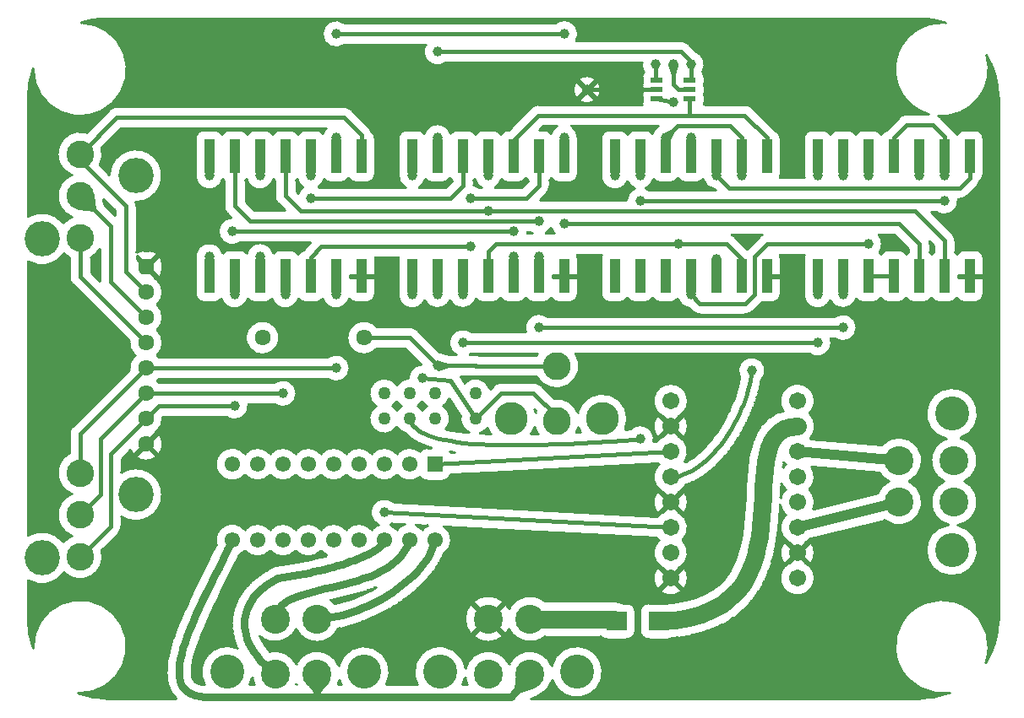
<source format=gtl>
G04 Generated by Ultiboard 12.0 *
%FSLAX25Y25*%
%MOIN*%

%ADD10C,0.00001*%
%ADD11C,0.01000*%
%ADD12C,0.01500*%
%ADD13C,0.02500*%
%ADD14C,0.03000*%
%ADD15C,0.07000*%
%ADD16C,0.04000*%
%ADD17R,0.03937X0.13780*%
%ADD18C,0.10849*%
%ADD19C,0.13937*%
%ADD20C,0.11400*%
%ADD21C,0.13400*%
%ADD22C,0.03937*%
%ADD23C,0.05000*%
%ADD24C,0.06334*%
%ADD25R,0.02083X0.02083*%
%ADD26C,0.03917*%
%ADD27R,0.07874X0.07283*%
%ADD28C,0.06102*%
%ADD29R,0.06102X0.06102*%
%ADD30R,0.04724X0.02362*%
%ADD31C,0.06737*%
%ADD32C,0.11000*%
%ADD33C,0.13000*%


G04 ColorRGB 00FF00 for the following layer *
%LNCopper Top*%
%LPD*%
G54D10*
G36*
X252291Y96000D02*
G75*
D01*
G03X253767Y84940I4708J-5000*
G01*
X253767Y84940D01*
X256007Y82700D01*
G74*
D01*
G03X255300Y81993I992J1699*
G01*
X255300Y81993D01*
X251803Y85490D01*
G75*
D01*
G03X251803Y76510I5196J-4490*
G01*
X251803Y76510D01*
X255300Y80007D01*
G74*
D01*
G03X256007Y79300I1699J992*
G01*
X256007Y79300D01*
X253767Y77060D01*
G74*
D01*
G03X251855Y75550I3233J6059*
G01*
X251855Y75550D01*
X185444Y79076D01*
X185444Y79076D01*
X147637Y81083D01*
G75*
D01*
G03X141589Y72092I-3630J-4088*
G01*
G74*
D01*
G03X139000Y70233I2412J6091*
G01*
G75*
D01*
G03X129000Y70233I-5000J-4233*
G01*
G75*
D01*
G03X119000Y70233I-5000J-4233*
G01*
G75*
D01*
G03X109000Y70233I-5000J-4233*
G01*
G75*
D01*
G03X99000Y70233I-5000J-4233*
G01*
G75*
D01*
G03X89000Y70233I-5000J-4233*
G01*
G75*
D01*
G03X77625Y64490I-5001J-4232*
G01*
X77625Y64490D01*
X75865Y60977D01*
G74*
D01*
G03X75861Y60969I4491J2250*
G01*
X75861Y60969D01*
X74113Y57473D01*
G74*
D01*
G03X74106Y57460I4419J2388*
G01*
X74106Y57460D01*
X72412Y54051D01*
G74*
D01*
G03X72402Y54031I4489J2257*
G01*
X72402Y54031D01*
X70773Y50723D01*
G74*
D01*
G03X70759Y50695I4487J2261*
G01*
X70759Y50695D01*
X69200Y47483D01*
G74*
D01*
G03X69182Y47446I4509J2216*
G01*
X69182Y47446D01*
X67698Y44330D01*
G74*
D01*
G03X67676Y44284I4520J2190*
G01*
X67676Y44284D01*
X66277Y41274D01*
G74*
D01*
G03X66251Y41217I4558J2113*
G01*
X66251Y41217D01*
X64942Y38313D01*
G74*
D01*
G03X64911Y38243I4578J2069*
G01*
X64911Y38243D01*
X63702Y35449D01*
G74*
D01*
G03X63665Y35362I4605J2010*
G01*
X63665Y35362D01*
X62558Y32673D01*
G74*
D01*
G03X62516Y32568I4642J1918*
G01*
X62516Y32568D01*
X61521Y29994D01*
G74*
D01*
G03X61474Y29868I4682J1818*
G01*
X61474Y29868D01*
X60598Y27409D01*
G74*
D01*
G03X60546Y27257I4727J1702*
G01*
X60546Y27257D01*
X59794Y24914D01*
G74*
D01*
G03X59738Y24727I4783J1534*
G01*
X59738Y24727D01*
X59119Y22507D01*
G74*
D01*
G03X59059Y22275I4832J1373*
G01*
X59059Y22275D01*
X58578Y20173D01*
G74*
D01*
G03X58521Y19889I4894J1130*
G01*
X58521Y19889D01*
X58186Y17916D01*
G74*
D01*
G03X58148Y17648I4953J839*
G01*
G74*
D01*
G03X58140Y17569I4994J546*
G01*
X58140Y17569D01*
X57958Y15725D01*
G74*
D01*
G03X57933Y15293I4997J506*
G01*
X57933Y15293D01*
X57910Y13576D01*
G75*
D01*
G03X57930Y13054I5024J-69*
G01*
X57930Y13054D01*
X58073Y11469D01*
G74*
D01*
G03X58169Y10849I5003J457*
G01*
X58169Y10849D01*
X58485Y9397D01*
G74*
D01*
G03X58507Y9302I4905J1086*
G01*
G74*
D01*
G03X58696Y8688I4886J1168*
G01*
X58696Y8688D01*
X59192Y7376D01*
G74*
D01*
G03X59552Y6621I4699J1777*
G01*
X59552Y6621D01*
X60234Y5451D01*
G74*
D01*
G03X60749Y4723I4342J2525*
G01*
X60749Y4723D01*
X61624Y3694D01*
G74*
D01*
G03X61782Y3517I3826J3256*
G01*
X61782Y3517D01*
X34537Y3517D01*
G74*
D01*
G03X34205Y3533I336J3516*
G01*
G75*
D01*
G02X23368Y5511I-1J30672*
G01*
G75*
D01*
G03X5511Y23368I631J18488*
G01*
G75*
D01*
G02X3533Y34205I28694J10836*
G01*
G74*
D01*
G03X3517Y34537I3533J4*
G01*
X3517Y34537D01*
X3517Y50082D01*
G75*
D01*
G03X17686Y53157I5483J8917*
G01*
G75*
D01*
G03X32561Y61986I6313J6309*
G01*
X32561Y61986D01*
X39016Y68441D01*
G75*
D01*
G03X40271Y71465I-3015J3024*
G01*
X40271Y71465D01*
X40271Y75239D01*
G75*
D01*
G03X40271Y92761I5727J8761*
G01*
X40271Y92761D01*
X40271Y98231D01*
X43742Y101702D01*
G74*
D01*
G03X44945Y99653I6258J2296*
G01*
X44945Y99653D01*
X48461Y103168D01*
G74*
D01*
G03X49168Y102461I1539J832*
G01*
X49168Y102461D01*
X45653Y98945D01*
G75*
D01*
G03X54347Y98945I4347J5055*
G01*
X54347Y98945D01*
X50832Y102461D01*
G74*
D01*
G03X51539Y103168I832J1539*
G01*
X51539Y103168D01*
X55055Y99653D01*
G75*
D01*
G03X55055Y108347I-5055J4347*
G01*
X55055Y108347D01*
X51539Y104832D01*
G74*
D01*
G03X50832Y105539I1539J832*
G01*
X50832Y105539D01*
X53850Y108557D01*
G75*
D01*
G03X56640Y114600I-3849J5443*
G01*
X56640Y114600D01*
X56769Y114729D01*
X81584Y114729D01*
G75*
D01*
G03X90420Y119729I3416J4271*
G01*
X90420Y119729D01*
X100584Y119729D01*
G75*
D01*
G03X100584Y128271I3416J4271*
G01*
X100584Y128271D01*
X55120Y128271D01*
G74*
D01*
G03X54410Y129000I5117J4274*
G01*
G74*
D01*
G03X55120Y129729I4406J5002*
G01*
X55120Y129729D01*
X121584Y129729D01*
G75*
D01*
G03X121584Y138271I3416J4271*
G01*
X121584Y138271D01*
X55120Y138271D01*
G74*
D01*
G03X54410Y139000I5117J4274*
G01*
G75*
D01*
G03X54410Y149000I-4409J5000*
G01*
G75*
D01*
G03X54410Y159000I-4409J5000*
G01*
G75*
D01*
G03X53850Y169443I-4408J5000*
G01*
X53850Y169443D01*
X50985Y172307D01*
G74*
D01*
G03X51693Y173015I984J1692*
G01*
X51693Y173015D01*
X55257Y169450D01*
G75*
D01*
G03X56526Y172959I-4215J3508*
G01*
X56526Y172959D01*
X56526Y175042D01*
G74*
D01*
G03X55257Y178550I5484J0*
G01*
X55257Y178550D01*
X51693Y174985D01*
G74*
D01*
G03X50985Y175693I1692J984*
G01*
X50985Y175693D01*
X54550Y179257D01*
G74*
D01*
G03X51042Y180526I3508J4214*
G01*
X51042Y180526D01*
X48959Y180526D01*
G75*
D01*
G03X46271Y179823I-2J-5484*
G01*
X46271Y179823D01*
X46271Y198035D01*
G74*
D01*
G03X46000Y199531I4271J1*
G01*
G75*
D01*
G03X35545Y210530I1J10469*
G01*
X35545Y210530D01*
X31827Y214248D01*
G75*
D01*
G03X32561Y221057I-7826J4288*
G01*
X32561Y221057D01*
X40233Y228729D01*
X121001Y228729D01*
G74*
D01*
G03X119788Y226654I3998J3729*
G01*
G74*
D01*
G03X116969Y228068I2819J2103*
G01*
X116969Y228068D01*
X113031Y228068D01*
G75*
D01*
G03X110000Y226334I1J-3517*
G01*
G74*
D01*
G03X106969Y228068I3031J1782*
G01*
X106969Y228068D01*
X103031Y228068D01*
G75*
D01*
G03X100000Y226334I1J-3517*
G01*
G74*
D01*
G03X96969Y228068I3031J1782*
G01*
X96969Y228068D01*
X93031Y228068D01*
G75*
D01*
G03X90000Y226334I1J-3517*
G01*
G74*
D01*
G03X86969Y228068I3031J1782*
G01*
X86969Y228068D01*
X83031Y228068D01*
G75*
D01*
G03X80000Y226334I1J-3517*
G01*
G74*
D01*
G03X76969Y228068I3031J1782*
G01*
X76969Y228068D01*
X73031Y228068D01*
G75*
D01*
G03X69515Y224551I1J-3517*
G01*
X69515Y224551D01*
X69515Y210772D01*
G75*
D01*
G03X69542Y210335I3516J-2*
G01*
G75*
D01*
G03X80281Y208580I5457J-339*
G01*
G74*
D01*
G03X80729Y208113I2750J2190*
G01*
X80729Y208113D01*
X80729Y198004D01*
G75*
D01*
G03X81980Y194980I4271J-4*
G01*
X81980Y194980D01*
X83514Y193447D01*
G75*
D01*
G03X87416Y183729I489J-5446*
G01*
X87416Y183729D01*
X114890Y183729D01*
X111980Y180820D01*
G74*
D01*
G03X111667Y180470I3022J3017*
G01*
G74*
D01*
G03X110000Y179011I1365J3241*
G01*
G74*
D01*
G03X106969Y180745I3031J1782*
G01*
X106969Y180745D01*
X103031Y180745D01*
G75*
D01*
G03X100281Y179420I0J-3517*
G01*
G75*
D01*
G03X89719Y179420I-5281J-1418*
G01*
G74*
D01*
G03X86969Y180745I2750J2191*
G01*
X86969Y180745D01*
X83031Y180745D01*
G75*
D01*
G03X80281Y179420I0J-3517*
G01*
G75*
D01*
G03X69542Y177665I-5282J-1416*
G01*
G74*
D01*
G03X69515Y177228I3489J435*
G01*
X69515Y177228D01*
X69515Y163449D01*
G75*
D01*
G03X73031Y159932I3516J-1*
G01*
X73031Y159932D01*
X76969Y159932D01*
G74*
D01*
G03X79788Y161346I0J3517*
G01*
G75*
D01*
G03X90212Y161346I5212J1654*
G01*
G75*
D01*
G03X93031Y159932I2819J2103*
G01*
X93031Y159932D01*
X96969Y159932D01*
G74*
D01*
G03X99788Y161346I0J3517*
G01*
G75*
D01*
G03X110212Y161346I5212J1654*
G01*
G75*
D01*
G03X113031Y159932I2819J2103*
G01*
X113031Y159932D01*
X116969Y159932D01*
G74*
D01*
G03X119788Y161346I0J3517*
G01*
G75*
D01*
G03X130212Y161346I5212J1654*
G01*
G75*
D01*
G03X133031Y159932I2819J2103*
G01*
X133031Y159932D01*
X136969Y159932D01*
G75*
D01*
G03X140485Y163449I-1J3517*
G01*
X140485Y163449D01*
X140485Y169839D01*
X130485Y169839D01*
X130485Y170839D01*
X140485Y170839D01*
X140485Y177228D01*
G74*
D01*
G03X140450Y177729I3516J6*
G01*
X140450Y177729D01*
X149550Y177729D01*
G74*
D01*
G03X149515Y177228I3481J495*
G01*
X149515Y177228D01*
X149515Y163449D01*
G75*
D01*
G03X149532Y163096I3516J-8*
G01*
G75*
D01*
G03X160000Y160785I5467J-100*
G01*
G75*
D01*
G03X170000Y160785I5000J2213*
G01*
G75*
D01*
G03X180212Y161346I5000J2214*
G01*
G75*
D01*
G03X183031Y159932I2819J2103*
G01*
X183031Y159932D01*
X186969Y159932D01*
G74*
D01*
G03X190000Y161666I1J3517*
G01*
G75*
D01*
G03X193031Y159932I3031J1782*
G01*
X193031Y159932D01*
X196969Y159932D01*
G74*
D01*
G03X200000Y161666I1J3517*
G01*
G75*
D01*
G03X203031Y159932I3031J1782*
G01*
X203031Y159932D01*
X206969Y159932D01*
G74*
D01*
G03X210000Y161666I1J3517*
G01*
G75*
D01*
G03X213031Y159932I3031J1782*
G01*
X213031Y159932D01*
X216969Y159932D01*
G75*
D01*
G03X220485Y163449I-1J3517*
G01*
X220485Y163449D01*
X220485Y169839D01*
X210485Y169839D01*
X210485Y170839D01*
X220485Y170839D01*
X220485Y177228D01*
G74*
D01*
G03X220149Y178729I3516J1*
G01*
X220149Y178729D01*
X229851Y178729D01*
G74*
D01*
G03X229515Y177228I3180J1500*
G01*
X229515Y177228D01*
X229515Y163449D01*
G75*
D01*
G03X233031Y159932I3516J-1*
G01*
X233031Y159932D01*
X236969Y159932D01*
G74*
D01*
G03X240000Y161666I1J3517*
G01*
G75*
D01*
G03X243031Y159932I3031J1782*
G01*
X243031Y159932D01*
X246969Y159932D01*
G74*
D01*
G03X250000Y161666I1J3517*
G01*
G75*
D01*
G03X253031Y159932I3031J1782*
G01*
X253031Y159932D01*
X256969Y159932D01*
G74*
D01*
G03X259788Y161346I0J3517*
G01*
G74*
D01*
G03X264395Y157565I5212J1653*
G01*
X264395Y157565D01*
X265480Y156480D01*
G75*
D01*
G03X268501Y155229I3020J3019*
G01*
X268501Y155229D01*
X286499Y155229D01*
G75*
D01*
G03X286705Y155234I-1J4271*
G01*
G74*
D01*
G03X289523Y156484I206J4265*
G01*
X289523Y156484D01*
X292972Y159932D01*
G75*
D01*
G03X293031Y159932I30J3517*
G01*
X293031Y159932D01*
X296969Y159932D01*
G75*
D01*
G03X300485Y163449I-1J3517*
G01*
X300485Y163449D01*
X300485Y169839D01*
X294271Y169839D01*
X294271Y170839D01*
X300485Y170839D01*
X300485Y177228D01*
G74*
D01*
G03X300149Y178729I3516J1*
G01*
X300149Y178729D01*
X309851Y178729D01*
G74*
D01*
G03X309515Y177228I3180J1500*
G01*
X309515Y177228D01*
X309515Y163449D01*
G75*
D01*
G03X309532Y163096I3516J-8*
G01*
G75*
D01*
G03X320000Y160785I5467J-100*
G01*
G75*
D01*
G03X330212Y161346I5000J2214*
G01*
G75*
D01*
G03X333031Y159932I2819J2103*
G01*
X333031Y159932D01*
X336969Y159932D01*
G74*
D01*
G03X340000Y161666I1J3517*
G01*
G75*
D01*
G03X343031Y159932I3031J1782*
G01*
X343031Y159932D01*
X346969Y159932D01*
G74*
D01*
G03X350000Y161666I1J3517*
G01*
G75*
D01*
G03X353031Y159932I3031J1782*
G01*
X353031Y159932D01*
X356969Y159932D01*
G74*
D01*
G03X360000Y161666I1J3517*
G01*
G75*
D01*
G03X363031Y159932I3031J1782*
G01*
X363031Y159932D01*
X366969Y159932D01*
G74*
D01*
G03X370000Y161666I1J3517*
G01*
G75*
D01*
G03X373031Y159932I3031J1782*
G01*
X373031Y159932D01*
X376969Y159932D01*
G75*
D01*
G03X380485Y163449I-1J3517*
G01*
X380485Y163449D01*
X380485Y169839D01*
X370485Y169839D01*
X370485Y170839D01*
X380485Y170839D01*
X380485Y177228D01*
G74*
D01*
G03X376969Y180745I3516J1*
G01*
X376969Y180745D01*
X373031Y180745D01*
G75*
D01*
G03X370000Y179011I1J-3517*
G01*
G74*
D01*
G03X369271Y179887I3031J1781*
G01*
X369271Y179887D01*
X369271Y184289D01*
G74*
D01*
G03X368016Y187312I4271J1*
G01*
X368016Y187312D01*
X359599Y195729D01*
X361584Y195729D01*
G75*
D01*
G03X370420Y200729I3416J4271*
G01*
X370420Y200729D01*
X370997Y200729D01*
G75*
D01*
G03X372095Y200872I2J4271*
G01*
G74*
D01*
G03X374023Y201984I1096J4127*
G01*
X374023Y201984D01*
X374420Y202381D01*
X378016Y205977D01*
G74*
D01*
G03X379156Y208018I3016J3023*
G01*
G75*
D01*
G03X380485Y210772I-2187J2753*
G01*
X380485Y210772D01*
X380485Y224551D01*
G74*
D01*
G03X376969Y228068I3516J1*
G01*
X376969Y228068D01*
X373031Y228068D01*
G75*
D01*
G03X370000Y226334I1J-3517*
G01*
G74*
D01*
G03X368478Y227727I3030J1783*
G01*
G74*
D01*
G03X368016Y228273I3478J2475*
G01*
X368016Y228273D01*
X363273Y233016D01*
G74*
D01*
G03X362622Y233551I3023J3015*
G01*
G75*
D01*
G03X381670Y257479I1378J18449*
G01*
G74*
D01*
G02X386231Y241385I26111J16093*
G01*
G75*
D01*
G03X386247Y241053I3533J4*
G01*
X386247Y241053D01*
X386247Y34537D01*
G74*
D01*
G03X386231Y34205I3516J336*
G01*
G75*
D01*
G02X381371Y17636I-30672J-1*
G01*
G75*
D01*
G03X366994Y5744I-17371J6364*
G01*
G74*
D01*
G02X355559Y3533I11434J28461*
G01*
G75*
D01*
G03X355227Y3517I4J-3533*
G01*
X355227Y3517D01*
X201774Y3517D01*
X204259Y4298D01*
G74*
D01*
G03X204945Y4569I1498J4796*
G01*
G74*
D01*
G03X210367Y10647I3445J8531*
G01*
G75*
D01*
G03X210087Y16402I9632J3353*
G01*
G75*
D01*
G03X193250Y17172I-8587J-3299*
G01*
G75*
D01*
G03X176099Y15428I-8250J-4071*
G01*
G75*
D01*
G03X157096Y9024I-10098J-1432*
G01*
X157096Y9024D01*
X144904Y9024D01*
G75*
D01*
G03X126087Y16402I-8904J4976*
G01*
G75*
D01*
G03X109250Y17172I-8587J-3299*
G01*
G75*
D01*
G03X98854Y22046I-8250J-4072*
G01*
X98854Y22046D01*
X97704Y23420D01*
X96636Y24883D01*
X95761Y26280D01*
X95064Y27607D01*
X94887Y28024D01*
G75*
D01*
G03X109250Y30828I6113J6875*
G01*
G75*
D01*
G03X125843Y31023I8250J4072*
G01*
X125843Y31023D01*
X126426Y31144D01*
G74*
D01*
G03X126607Y31185I1019J4920*
G01*
X126607Y31185D01*
X128633Y31686D01*
G74*
D01*
G03X128805Y31731I1185J4882*
G01*
X128805Y31731D01*
X130839Y32311D01*
G74*
D01*
G03X131007Y32362I1375J4832*
G01*
X131007Y32362D01*
X133037Y33015D01*
G74*
D01*
G03X133195Y33069I1546J4780*
G01*
X133195Y33069D01*
X135226Y33797D01*
G74*
D01*
G03X135378Y33855I1715J4722*
G01*
X135378Y33855D01*
X137396Y34653D01*
G74*
D01*
G03X137547Y34715I1832J4678*
G01*
X137547Y34715D01*
X139549Y35582D01*
G74*
D01*
G03X139695Y35647I1970J4622*
G01*
X139695Y35647D01*
X141674Y36579D01*
G74*
D01*
G03X141820Y36651I2149J4541*
G01*
X141820Y36651D01*
X143763Y37642D01*
G74*
D01*
G03X143909Y37719I2270J4482*
G01*
X143909Y37719D01*
X145820Y38772D01*
G74*
D01*
G03X145964Y38855I2437J4394*
G01*
X145964Y38855D01*
X147835Y39966D01*
G74*
D01*
G03X147980Y40056I2577J4313*
G01*
X147980Y40056D01*
X149800Y41220D01*
G74*
D01*
G03X149945Y41317I2720J4223*
G01*
X149945Y41317D01*
X151710Y42532D01*
G74*
D01*
G03X151855Y42636I2855J4133*
G01*
X151855Y42636D01*
X153560Y43901D01*
G74*
D01*
G03X153709Y44017I3011J4022*
G01*
X153709Y44017D01*
X155346Y45328D01*
G74*
D01*
G03X155498Y45455I3145J3918*
G01*
X155498Y45455D01*
X157064Y46812D01*
G74*
D01*
G03X157219Y46953I3302J3786*
G01*
X157219Y46953D01*
X158703Y48348D01*
G74*
D01*
G03X158861Y48504I3450J3652*
G01*
X158861Y48504D01*
X160255Y49935D01*
G74*
D01*
G03X160416Y50109I3606J3498*
G01*
X160416Y50109D01*
X161723Y51581D01*
G74*
D01*
G03X161884Y51772I3760J3332*
G01*
X161884Y51772D01*
X163090Y53274D01*
G74*
D01*
G03X163255Y53491I3914J3148*
G01*
X163255Y53491D01*
X164359Y55027D01*
G74*
D01*
G03X164522Y55269I4084J2926*
G01*
X164522Y55269D01*
X165512Y56829D01*
G74*
D01*
G03X165672Y57099I4240J2695*
G01*
X165672Y57099D01*
X166545Y58685D01*
G74*
D01*
G03X166699Y58989I4402J2421*
G01*
X166699Y58989D01*
X167340Y60364D01*
G75*
D01*
G03X167605Y71470I-3340J5636*
G01*
X167605Y71470D01*
X185444Y70523D01*
X185444Y70523D01*
X251402Y67021D01*
G74*
D01*
G03X252291Y66000I5599J3978*
G01*
G75*
D01*
G03X253767Y54940I4708J-5000*
G01*
X253767Y54940D01*
X256007Y52700D01*
G74*
D01*
G03X255300Y51993I992J1699*
G01*
X255300Y51993D01*
X251803Y55490D01*
G75*
D01*
G03X251803Y46510I5196J-4490*
G01*
X251803Y46510D01*
X255300Y50007D01*
G74*
D01*
G03X256007Y49300I1699J992*
G01*
X256007Y49300D01*
X252510Y45803D01*
G75*
D01*
G03X261490Y45803I4490J5196*
G01*
X261490Y45803D01*
X257993Y49300D01*
G74*
D01*
G03X258700Y50007I992J1699*
G01*
X258700Y50007D01*
X262197Y46510D01*
G75*
D01*
G03X262197Y55490I-5196J4490*
G01*
X262197Y55490D01*
X258700Y51993D01*
G74*
D01*
G03X257993Y52700I1699J992*
G01*
X257993Y52700D01*
X260233Y54940D01*
G75*
D01*
G03X261709Y66000I-3232J6060*
G01*
G75*
D01*
G03X260233Y77060I-4708J5000*
G01*
X260233Y77060D01*
X257993Y79300D01*
G74*
D01*
G03X258700Y80007I992J1699*
G01*
X258700Y80007D01*
X262197Y76510D01*
G75*
D01*
G03X262197Y85490I-5196J4490*
G01*
X262197Y85490D01*
X258700Y81993D01*
G74*
D01*
G03X257993Y82700I1699J992*
G01*
X257993Y82700D01*
X260233Y84940D01*
G74*
D01*
G03X263146Y87934I3233J6060*
G01*
G74*
D01*
G03X263472Y88049I1256J4081*
G01*
X263472Y88049D01*
X265055Y88678D01*
G74*
D01*
G03X265358Y88812I1575J3970*
G01*
X265358Y88812D01*
X266922Y89578D01*
G74*
D01*
G03X267191Y89722I1880J3835*
G01*
X267191Y89722D01*
X268728Y90614D01*
G74*
D01*
G03X268966Y90763I2146J3692*
G01*
X268966Y90763D01*
X269253Y90956D01*
X269253Y90956D01*
X270476Y91777D01*
G74*
D01*
G03X270686Y91927I2375J3547*
G01*
X270686Y91927D01*
X272162Y93051D01*
G74*
D01*
G03X272345Y93199I2593J3393*
G01*
X272345Y93199D01*
X273789Y94429D01*
G74*
D01*
G03X273951Y94574I2766J3253*
G01*
X273951Y94574D01*
X275359Y95903D01*
G74*
D01*
G03X275504Y96046I2925J3111*
G01*
X275504Y96046D01*
X276868Y97460D01*
G74*
D01*
G03X276997Y97599I3065J2973*
G01*
X276997Y97599D01*
X278325Y99101D01*
G74*
D01*
G03X278438Y99234I3197J2831*
G01*
X278438Y99234D01*
X279722Y100811D01*
G74*
D01*
G03X279823Y100941I3321J2684*
G01*
X279823Y100941D01*
X279932Y101085D01*
X279932Y101085D01*
X281059Y102583D01*
G74*
D01*
G03X281152Y102712I3417J2561*
G01*
X281152Y102712D01*
X282342Y104418D01*
G74*
D01*
G03X282427Y104545I3505J2438*
G01*
X282427Y104545D01*
X283562Y106300D01*
G74*
D01*
G03X283638Y106421I3577J2331*
G01*
X283638Y106421D01*
X284720Y108223D01*
G74*
D01*
G03X284791Y108346I3662J2196*
G01*
X284791Y108346D01*
X285820Y110190D01*
G74*
D01*
G03X285884Y110309I3729J2082*
G01*
X285884Y110309D01*
X286854Y112185D01*
G74*
D01*
G03X286915Y112308I3795J1959*
G01*
X286915Y112308D01*
X287821Y114201D01*
G74*
D01*
G03X287877Y114322I3847J1854*
G01*
X287877Y114322D01*
X288722Y116239D01*
G74*
D01*
G03X288774Y116362I3906J1724*
G01*
X288774Y116362D01*
X289552Y118283D01*
G74*
D01*
G03X289601Y118409I3955J1610*
G01*
X289601Y118409D01*
X290312Y120336D01*
G74*
D01*
G03X290358Y120467I4005J1480*
G01*
X290358Y120467D01*
X290997Y122382D01*
G74*
D01*
G03X291040Y122520I4055J1339*
G01*
X291040Y122520D01*
X291607Y124428D01*
G74*
D01*
G03X291648Y124573I4088J1234*
G01*
X291648Y124573D01*
X292138Y126456D01*
G74*
D01*
G03X292174Y126607I4136J1066*
G01*
X292174Y126607D01*
X292587Y128466D01*
G74*
D01*
G03X292620Y128627I4166J938*
G01*
X292620Y128627D01*
X292679Y128954D01*
G75*
D01*
G03X284243Y130302I-3679J4045*
G01*
X284243Y130302D01*
X284232Y130239D01*
X283853Y128534D01*
X283399Y126791D01*
X282873Y125020D01*
X282276Y123230D01*
X281612Y121429D01*
X280882Y119627D01*
X280089Y117831D01*
X279932Y117503D01*
X279932Y117503D01*
X279237Y116050D01*
X278328Y114292D01*
X277365Y112566D01*
X276353Y110880D01*
X275293Y109242D01*
X274190Y107659D01*
X273047Y106141D01*
X271869Y104694D01*
X270660Y103327D01*
X269425Y102046D01*
X268168Y100860D01*
X266894Y99775D01*
X265610Y98797D01*
X264321Y97932D01*
X263032Y97184D01*
X262543Y96944D01*
G75*
D01*
G03X260233Y107060I-5542J4056*
G01*
X260233Y107060D01*
X257993Y109300D01*
G74*
D01*
G03X258700Y110007I992J1699*
G01*
X258700Y110007D01*
X262197Y106510D01*
G75*
D01*
G03X262197Y115490I-5196J4490*
G01*
X262197Y115490D01*
X258700Y111993D01*
G74*
D01*
G03X257993Y112700I1699J992*
G01*
X257993Y112700D01*
X260233Y114940D01*
G75*
D01*
G03X253767Y114940I-3233J6059*
G01*
X253767Y114940D01*
X256007Y112700D01*
G74*
D01*
G03X255300Y111993I992J1699*
G01*
X255300Y111993D01*
X251803Y115490D01*
G75*
D01*
G03X251803Y106510I5196J-4490*
G01*
X251803Y106510D01*
X255300Y110007D01*
G74*
D01*
G03X256007Y109300I1699J992*
G01*
X256007Y109300D01*
X253767Y107060D01*
G74*
D01*
G03X251399Y104976I3232J6060*
G01*
X251399Y104976D01*
X250361Y104920D01*
G75*
D01*
G03X241264Y109993I-5360J1081*
G01*
X241264Y109993D01*
X239086Y109824D01*
G75*
D01*
G03X220332Y116554I-9089J4168*
G01*
G75*
D01*
G03X210951Y122089I-8332J-3404*
G01*
X210951Y122089D01*
X205923Y127116D01*
G74*
D01*
G03X203795Y128276I3024J3015*
G01*
G75*
D01*
G03X202897Y128371I-896J-4175*
G01*
X202897Y128371D01*
X190100Y128371D01*
G75*
D01*
G03X188716Y128140I2J-4271*
G01*
G74*
D01*
G03X187080Y127120I1383J4040*
G01*
X187080Y127120D01*
X185732Y125772D01*
G75*
D01*
G03X175686Y128170I-5732J-1770*
G01*
X175686Y128170D01*
X173980Y130729D01*
X179028Y130729D01*
G75*
D01*
G03X180150Y130579I1122J4121*
G01*
X180150Y130579D01*
X204078Y130579D01*
G75*
D01*
G03X219562Y139729I7913J4286*
G01*
X219562Y139729D01*
X311584Y139729D01*
G75*
D01*
G03X320188Y145729I3415J4271*
G01*
X320188Y145729D01*
X321584Y145729D01*
G75*
D01*
G03X321584Y154271I3416J4271*
G01*
X321584Y154271D01*
X208416Y154271D01*
G75*
D01*
G03X199812Y148271I-3415J-4271*
G01*
X199812Y148271D01*
X178416Y148271D01*
G75*
D01*
G03X172255Y139271I-3421J-4267*
G01*
X172255Y139271D01*
X169640Y139271D01*
X166688Y140223D01*
G74*
D01*
G03X165816Y140407I1313J4063*
G01*
G74*
D01*
G03X165604Y140435I822J5406*
G01*
X165604Y140435D01*
X157023Y149016D01*
G74*
D01*
G03X154000Y150271I3024J3015*
G01*
X154000Y150271D01*
X141120Y150271D01*
G75*
D01*
G03X141120Y141729I-5119J-4271*
G01*
X141120Y141729D01*
X152231Y141729D01*
X158514Y135447D01*
G75*
D01*
G03X153532Y129982I486J-5446*
G01*
G74*
D01*
G03X149000Y127317I468J5982*
G01*
G75*
D01*
G03X140683Y119000I-4999J-3318*
G01*
G75*
D01*
G03X149000Y110683I3318J-4999*
G01*
G74*
D01*
G03X152270Y108255I5000J3317*
G01*
G74*
D01*
G03X152395Y108123I3162J2869*
G01*
X152395Y108123D01*
X153238Y107268D01*
G74*
D01*
G03X153654Y106897I3044J2994*
G01*
X153654Y106897D01*
X154688Y106090D01*
G74*
D01*
G03X155073Y105822I2628J3365*
G01*
X155073Y105822D01*
X156298Y105067D01*
G74*
D01*
G03X156641Y104876I2246J3630*
G01*
X156641Y104876D01*
X158056Y104173D01*
G74*
D01*
G03X158357Y104037I1907J3820*
G01*
X158357Y104037D01*
X159969Y103385D01*
G74*
D01*
G03X160228Y103290I1599J3959*
G01*
X160228Y103290D01*
X162040Y102689D01*
G74*
D01*
G03X162265Y102621I1347J4052*
G01*
X162265Y102621D01*
X162459Y102568D01*
X160949Y102568D01*
G75*
D01*
G03X158098Y101111I0J-3517*
G01*
G75*
D01*
G03X149000Y100233I-4098J-5111*
G01*
G75*
D01*
G03X139000Y100233I-5000J-4233*
G01*
G75*
D01*
G03X129000Y100233I-5000J-4233*
G01*
G75*
D01*
G03X119000Y100233I-5000J-4233*
G01*
G75*
D01*
G03X109000Y100233I-5000J-4233*
G01*
G75*
D01*
G03X99000Y100233I-5000J-4233*
G01*
G75*
D01*
G03X89000Y100233I-5000J-4233*
G01*
G75*
D01*
G03X89000Y91767I-5000J-4233*
G01*
G75*
D01*
G03X99000Y91767I5000J4233*
G01*
G75*
D01*
G03X109000Y91767I5000J4233*
G01*
G75*
D01*
G03X119000Y91767I5000J4233*
G01*
G75*
D01*
G03X129000Y91767I5000J4233*
G01*
G75*
D01*
G03X139000Y91767I5000J4233*
G01*
G75*
D01*
G03X149000Y91767I5000J4233*
G01*
G75*
D01*
G03X158098Y90889I5000J4233*
G01*
G75*
D01*
G03X160949Y89432I2851J2060*
G01*
X160949Y89432D01*
X167051Y89432D01*
G74*
D01*
G03X170457Y92070I1J3517*
G01*
X170457Y92070D01*
X185444Y92876D01*
X185444Y92876D01*
X251858Y96447D01*
G74*
D01*
G03X252291Y96000I5144J4550*
G01*
D02*
G37*
%LPC*%
G36*
X90956Y141641D02*
G75*
D01*
G03X90956Y141641I5044J4359*
G01*
D02*
G37*
G36*
X372972Y89250D02*
G75*
D01*
G03X371353Y106367I-4072J8250*
G01*
G75*
D01*
G03X365598Y106087I-3353J9632*
G01*
G75*
D01*
G03X364828Y89250I3299J-8587*
G01*
G75*
D01*
G03X366572Y72099I4071J-8250*
G01*
G75*
D01*
G03X370377Y71919I1429J-10098*
G01*
G75*
D01*
G03X372972Y89250I-1476J9081*
G01*
D02*
G37*
G36*
X191142Y41749D02*
G75*
D01*
G03X178858Y41749I-6142J-6848*
G01*
X178858Y41749D01*
X183262Y37345D01*
G74*
D01*
G03X182555Y36638I1737J2444*
G01*
X182555Y36638D01*
X178151Y41042D01*
G75*
D01*
G03X178151Y28758I6848J-6142*
G01*
X178151Y28758D01*
X182555Y33162D01*
G74*
D01*
G03X183262Y32455I2444J1737*
G01*
X183262Y32455D01*
X178858Y28051D01*
G75*
D01*
G03X191142Y28051I6142J6848*
G01*
X191142Y28051D01*
X186738Y32455D01*
G74*
D01*
G03X187445Y33162I1737J2444*
G01*
X187445Y33162D01*
X191849Y28758D01*
G74*
D01*
G03X193250Y30828I6847J6143*
G01*
G75*
D01*
G03X207430Y27866I8250J4072*
G01*
X207430Y27866D01*
X229314Y27866D01*
G75*
D01*
G03X231795Y26841I2481J2491*
G01*
X231795Y26841D01*
X239669Y26841D01*
G75*
D01*
G03X243186Y30358I0J3517*
G01*
X243186Y30358D01*
X243186Y37642D01*
G74*
D01*
G03X239669Y41159I3517J0*
G01*
X239669Y41159D01*
X238042Y41159D01*
G74*
D01*
G03X234832Y41934I3210J6259*
G01*
X234832Y41934D01*
X207430Y41934D01*
G75*
D01*
G03X193250Y38972I-5930J-7034*
G01*
G74*
D01*
G03X191849Y41042I8249J4074*
G01*
X191849Y41042D01*
X187445Y36638D01*
G74*
D01*
G03X186738Y37345I2444J1737*
G01*
X186738Y37345D01*
X191142Y41749D01*
D02*
G37*
G36*
X287065Y94366D02*
X287065Y94366D01*
X286767Y90956D01*
X286767Y90956D01*
X286765Y90932D01*
G74*
D01*
G03X286752Y90764I7005J627*
G01*
X286752Y90764D01*
X286521Y87156D01*
G74*
D01*
G03X286517Y87088I7019J447*
G01*
X286517Y87088D01*
X286313Y83354D01*
X286095Y79572D01*
X285825Y75807D01*
X285463Y72095D01*
X284976Y68477D01*
X284330Y64991D01*
X283501Y61677D01*
X282466Y58571D01*
X281207Y55701D01*
X279932Y53476D01*
X279932Y53476D01*
X279705Y53079D01*
X277933Y50704D01*
X275844Y48560D01*
X273368Y46634D01*
X270412Y44925D01*
X266880Y43458D01*
X262686Y42281D01*
X257757Y41453D01*
X253725Y41159D01*
X248331Y41159D01*
G75*
D01*
G03X244814Y37642I0J-3517*
G01*
X244814Y37642D01*
X244814Y30358D01*
G75*
D01*
G03X248331Y26841I3517J0*
G01*
X248331Y26841D01*
X256205Y26841D01*
G74*
D01*
G03X258058Y27369I0J3517*
G01*
X258058Y27369D01*
X259109Y27446D01*
G74*
D01*
G03X259769Y27526I515J7014*
G01*
X259769Y27526D01*
X265385Y28470D01*
G74*
D01*
G03X266125Y28635I1158J6937*
G01*
X266125Y28635D01*
X271087Y30028D01*
G74*
D01*
G03X271886Y30305I1900J6771*
G01*
X271886Y30305D01*
X276232Y32110D01*
G74*
D01*
G03X277057Y32518I2699J6496*
G01*
X277057Y32518D01*
X279932Y34180D01*
X279932Y34180D01*
X280826Y34697D01*
G74*
D01*
G03X281628Y35237I3518J6090*
G01*
X281628Y35237D01*
X284863Y37753D01*
G74*
D01*
G03X285583Y38397I4318J5552*
G01*
X285583Y38397D01*
X288331Y41218D01*
G74*
D01*
G03X288780Y41725I5035J4911*
G01*
G74*
D01*
G03X288932Y41921I5481J4407*
G01*
X288932Y41921D01*
X291235Y45008D01*
G74*
D01*
G03X291703Y45722I5638J4206*
G01*
X291703Y45722D01*
X293598Y49030D01*
G74*
D01*
G03X293938Y49706I6105J3494*
G01*
X293938Y49706D01*
X295478Y53216D01*
G74*
D01*
G03X295710Y53818I6440J2827*
G01*
X295710Y53818D01*
X296932Y57484D01*
G74*
D01*
G03X297084Y58005I6671J2229*
G01*
X297084Y58005D01*
X298029Y61783D01*
G74*
D01*
G03X298123Y62215I6822J1711*
G01*
X298123Y62215D01*
X298840Y66086D01*
G74*
D01*
G03X298895Y66431I6917J1280*
G01*
X298895Y66431D01*
X299422Y70345D01*
G74*
D01*
G03X299453Y70604I6965J965*
G01*
X299453Y70604D01*
X299835Y74531D01*
G74*
D01*
G03X299850Y74710I7001J677*
G01*
X299850Y74710D01*
X300130Y78609D01*
G74*
D01*
G03X300137Y78714I7014J520*
G01*
X300137Y78714D01*
X300209Y79970D01*
G74*
D01*
G03X302291Y76000I6790J1030*
G01*
G75*
D01*
G03X303767Y64940I4708J-5000*
G01*
X303767Y64940D01*
X306007Y62700D01*
G74*
D01*
G03X305300Y61993I992J1699*
G01*
X305300Y61993D01*
X301803Y65490D01*
G75*
D01*
G03X301803Y56510I5196J-4490*
G01*
X301803Y56510D01*
X305300Y60007D01*
G74*
D01*
G03X306007Y59300I1699J992*
G01*
X306007Y59300D01*
X303767Y57060D01*
G75*
D01*
G03X310233Y57060I3233J-6059*
G01*
X310233Y57060D01*
X307993Y59300D01*
G74*
D01*
G03X308700Y60007I992J1699*
G01*
X308700Y60007D01*
X312197Y56510D01*
G75*
D01*
G03X312197Y65490I-5196J4490*
G01*
X312197Y65490D01*
X308700Y61993D01*
G74*
D01*
G03X307993Y62700I1699J992*
G01*
X307993Y62700D01*
X310233Y64940D01*
G74*
D01*
G03X312294Y66624I3233J6060*
G01*
X312294Y66624D01*
X341301Y73858D01*
G75*
D01*
G03X351172Y89250I5791J7147*
G01*
G75*
D01*
G03X340253Y103645I-4073J8249*
G01*
X340253Y103645D01*
X312053Y106107D01*
G75*
D01*
G03X311828Y116115I-5052J4893*
G01*
G75*
D01*
G03X301272Y117209I-4829J4884*
G01*
X301272Y117209D01*
X299621Y116687D01*
G74*
D01*
G03X298054Y115973I2111J6710*
G01*
X298054Y115973D01*
X296064Y114751D01*
G74*
D01*
G03X294728Y113687I3682J5994*
G01*
X294728Y113687D01*
X293107Y112039D01*
G74*
D01*
G03X292183Y110875I5016J4930*
G01*
X292183Y110875D01*
X290891Y108839D01*
G74*
D01*
G03X290348Y107802I5937J3770*
G01*
X290348Y107802D01*
X289340Y105414D01*
G74*
D01*
G03X289053Y104596I6481J2733*
G01*
X289053Y104596D01*
X288288Y101895D01*
G74*
D01*
G03X288144Y101287I6765J1923*
G01*
X288144Y101287D01*
X287575Y98300D01*
G74*
D01*
G03X287507Y97871I6910J1315*
G01*
X287507Y97871D01*
X287095Y94646D01*
G74*
D01*
G03X287065Y94366I6977J889*
G01*
D02*
G37*
%LPD*%
G36*
X270256Y238171D02*
X270256Y238171D01*
X286111Y238171D01*
G74*
D01*
G02X289135Y236916I0J4271*
G01*
X289135Y236916D01*
X298016Y228035D01*
G74*
D01*
G02X298192Y227848I3020J3019*
G01*
G74*
D01*
G02X300485Y224551I1223J3296*
G01*
X300485Y224551D01*
X300485Y210772D01*
G75*
D01*
G02X300149Y209271I-3516J-1*
G01*
X300149Y209271D01*
X309580Y209271D01*
G75*
D01*
G02X309542Y210335I5420J726*
G01*
G75*
D01*
G02X309515Y210772I3489J435*
G01*
X309515Y210772D01*
X309515Y224551D01*
G75*
D01*
G02X313031Y228068I3516J1*
G01*
X313031Y228068D01*
X316969Y228068D01*
G74*
D01*
G02X320000Y226334I1J3517*
G01*
G75*
D01*
G02X323031Y228068I3031J-1782*
G01*
X323031Y228068D01*
X326969Y228068D01*
G74*
D01*
G02X330000Y226334I1J3517*
G01*
G75*
D01*
G02X333031Y228068I3031J-1782*
G01*
X333031Y228068D01*
X336969Y228068D01*
G74*
D01*
G02X340000Y226334I1J3517*
G01*
G74*
D01*
G02X341758Y227829I3031J1783*
G01*
G74*
D01*
G02X341980Y228070I3249J2770*
G01*
X341980Y228070D01*
X346930Y233020D01*
G75*
D01*
G02X349954Y234271I3020J-3019*
G01*
X349954Y234271D01*
X358716Y234271D01*
G75*
D01*
G02X365359Y270450I5276J17731*
G01*
G74*
D01*
G03X355559Y272058I9801J29064*
G01*
G75*
D01*
G02X355227Y272074I4J3533*
G01*
X355227Y272074D01*
X34537Y272074D01*
G74*
D01*
G02X34205Y272058I336J3516*
G01*
G75*
D01*
G03X24531Y270492I2J-30673*
G01*
G75*
D01*
G02X5501Y252197I-532J-18491*
G01*
G74*
D01*
G03X3533Y241385I28704J10810*
G01*
G75*
D01*
G02X3517Y241053I-3533J4*
G01*
X3517Y241053D01*
X3517Y193918D01*
G75*
D01*
G02X17308Y191369I5483J-8917*
G01*
G74*
D01*
G02X20640Y193732I6691J5905*
G01*
G75*
D01*
G02X20640Y210268I3358J8268*
G01*
G75*
D01*
G02X26521Y227096I3339J8275*
G01*
X26521Y227096D01*
X35445Y236020D01*
G75*
D01*
G02X38469Y237271I3020J-3019*
G01*
X38469Y237271D01*
X128011Y237271D01*
G74*
D01*
G02X131035Y236016I0J4271*
G01*
X131035Y236016D01*
X138016Y229035D01*
G74*
D01*
G02X139041Y227393I3015J3023*
G01*
G74*
D01*
G02X140485Y224551I2073J2841*
G01*
X140485Y224551D01*
X140485Y210772D01*
G75*
D01*
G02X136969Y207255I-3516J-1*
G01*
X136969Y207255D01*
X133031Y207255D01*
G75*
D01*
G02X130000Y208989I1J3517*
G01*
G74*
D01*
G02X126969Y207255I3031J1782*
G01*
X126969Y207255D01*
X123031Y207255D01*
G75*
D01*
G02X120281Y208580I0J3517*
G01*
G74*
D01*
G02X118107Y205500I5280J1420*
G01*
G74*
D01*
G02X118416Y205271I3099J4505*
G01*
X118416Y205271D01*
X152255Y205271D01*
G75*
D01*
G02X149542Y210335I2744J4729*
G01*
G75*
D01*
G02X149515Y210772I3489J435*
G01*
X149515Y210772D01*
X149515Y224551D01*
G75*
D01*
G02X153031Y228068I3516J1*
G01*
X153031Y228068D01*
X156969Y228068D01*
G74*
D01*
G02X159788Y226654I0J3517*
G01*
G75*
D01*
G02X170212Y226654I5212J-1654*
G01*
G75*
D01*
G02X173031Y228068I2819J-2103*
G01*
X173031Y228068D01*
X176969Y228068D01*
G74*
D01*
G02X180000Y226334I1J3517*
G01*
G75*
D01*
G02X183031Y228068I3031J-1782*
G01*
X183031Y228068D01*
X186969Y228068D01*
G74*
D01*
G02X190000Y226334I1J3517*
G01*
G74*
D01*
G02X193029Y228068I3031J1782*
G01*
X193029Y228068D01*
X201880Y236920D01*
G75*
D01*
G02X204903Y238171I3020J-3019*
G01*
X204903Y238171D01*
X245744Y238171D01*
G75*
D01*
G02X245625Y239079I3398J907*
G01*
X245625Y239079D01*
X245625Y241441D01*
G74*
D01*
G02X245693Y242130I3517J1*
G01*
G75*
D01*
G02X245625Y242819I3449J688*
G01*
X245625Y242819D01*
X245625Y245181D01*
G74*
D01*
G02X245693Y245870I3517J1*
G01*
G75*
D01*
G02X245625Y246559I3449J688*
G01*
X245625Y246559D01*
X245625Y248921D01*
G74*
D01*
G02X246371Y251088I3517J1*
G01*
G75*
D01*
G02X245580Y254729I4628J2912*
G01*
X245580Y254729D01*
X168416Y254729D01*
G75*
D01*
G02X160261Y261729I-3415J4272*
G01*
X160261Y261729D01*
X128416Y261729D01*
G75*
D01*
G02X128416Y270271I-3416J4271*
G01*
X128416Y270271D01*
X211584Y270271D01*
G75*
D01*
G02X219739Y263271I3415J-4272*
G01*
X219739Y263271D01*
X261000Y263271D01*
G74*
D01*
G02X264023Y262016I1J4271*
G01*
X264023Y262016D01*
X266919Y259121D01*
G75*
D01*
G02X269629Y251088I-1918J-5121*
G01*
G74*
D01*
G02X270375Y248921I2771J2166*
G01*
X270375Y248921D01*
X270375Y246559D01*
G75*
D01*
G02X270307Y245870I-3517J-1*
G01*
G74*
D01*
G02X270375Y245181I3449J688*
G01*
X270375Y245181D01*
X270375Y242819D01*
G75*
D01*
G02X270307Y242130I-3517J-1*
G01*
G74*
D01*
G02X270375Y241441I3449J688*
G01*
X270375Y241441D01*
X270375Y239079D01*
G75*
D01*
G02X270256Y238171I-3517J-1*
G01*
D02*
G37*
%LPC*%
G36*
X223597Y245110D02*
X223597Y245110D01*
X220503Y248204D01*
G75*
D01*
G02X227497Y248204I3497J-4204*
G01*
X227497Y248204D01*
X224403Y245110D01*
G74*
D01*
G02X225110Y244403I402J1109*
G01*
X225110Y244403D01*
X228204Y247497D01*
G75*
D01*
G02X228204Y240503I-4204J-3497*
G01*
X228204Y240503D01*
X225110Y243597D01*
G74*
D01*
G02X224403Y242890I1109J402*
G01*
X224403Y242890D01*
X227497Y239796D01*
G75*
D01*
G02X220503Y239796I-3497J4204*
G01*
X220503Y239796D01*
X223597Y242890D01*
G74*
D01*
G02X222890Y243597I402J1109*
G01*
X222890Y243597D01*
X219796Y240503D01*
G75*
D01*
G02X219796Y247497I4204J3497*
G01*
X219796Y247497D01*
X222890Y244403D01*
G74*
D01*
G02X223597Y245110I1109J402*
G01*
D02*
G37*
%LPD*%
G36*
X3517Y176082D02*
X3517Y176082D01*
X3517Y67918D01*
G75*
D01*
G02X17308Y65369I5483J-8917*
G01*
G74*
D01*
G02X20640Y67732I6691J5905*
G01*
G75*
D01*
G02X20640Y84268I3358J8268*
G01*
G75*
D01*
G02X19729Y100372I3356J8268*
G01*
X19729Y100372D01*
X19729Y107995D01*
G75*
D01*
G02X20980Y111020I4271J5*
G01*
X20980Y111020D01*
X43360Y133400D01*
G75*
D01*
G02X45590Y139000I6640J600*
G01*
G75*
D01*
G02X43360Y144600I4409J5000*
G01*
X43360Y144600D01*
X20980Y166980D01*
G75*
D01*
G02X19729Y170005I3019J3020*
G01*
X19729Y170005D01*
X19729Y177628D01*
G74*
D01*
G02X17686Y179157I4271J7837*
G01*
G75*
D01*
G02X3517Y176082I-8686J5842*
G01*
D02*
G37*
G36*
X90910Y49391D02*
X90910Y49391D01*
X90956Y49434D01*
X90956Y49434D01*
X91906Y50330D01*
G74*
D01*
G02X92114Y50515I3442J3660*
G01*
X92114Y50515D01*
X93160Y51398D01*
G74*
D01*
G02X93369Y51565I3240J3840*
G01*
X93369Y51565D01*
X94448Y52383D01*
G74*
D01*
G02X94655Y52532I3038J4002*
G01*
X94655Y52532D01*
X95761Y53285D01*
G74*
D01*
G02X95972Y53421I2826J4154*
G01*
X95972Y53421D01*
X97100Y54111D01*
G74*
D01*
G02X97316Y54236I2623J4284*
G01*
X97316Y54236D01*
X98448Y54855D01*
G74*
D01*
G02X98668Y54968I2405J4411*
G01*
X98668Y54968D01*
X99809Y55521D01*
G74*
D01*
G02X101232Y55965I2191J4520*
G01*
X101232Y55965D01*
X103273Y56282D01*
X105287Y56615D01*
X107291Y56968D01*
X109282Y57339D01*
X111254Y57728D01*
X113203Y58134D01*
X115124Y58556D01*
X117012Y58993D01*
X118862Y59444D01*
X120669Y59908D01*
X121234Y60061D01*
G74*
D01*
G02X119000Y61767I2766J5938*
G01*
G75*
D01*
G02X109000Y61767I-5000J4233*
G01*
G75*
D01*
G02X99000Y61767I-5000J4233*
G01*
G75*
D01*
G02X89000Y61767I-5000J4233*
G01*
G74*
D01*
G02X86610Y59991I5000J4233*
G01*
X86610Y59991D01*
X84850Y56479D01*
X83102Y52982D01*
X81414Y49587D01*
X79793Y46294D01*
X78245Y43107D01*
X76779Y40030D01*
X75401Y37066D01*
X74119Y34219D01*
X72939Y31494D01*
X71870Y28897D01*
X70918Y26433D01*
X70089Y24109D01*
X69391Y21934D01*
X68828Y19917D01*
X68405Y18070D01*
X68122Y16407D01*
X67978Y14945D01*
X67961Y13700D01*
X68053Y12685D01*
X68224Y11900D01*
X68443Y11321D01*
X68693Y10893D01*
X68992Y10541D01*
X69403Y10203D01*
X70007Y9855D01*
X70871Y9515D01*
X72034Y9218D01*
X73072Y9067D01*
G75*
D01*
G02X85929Y23413I8928J4933*
G01*
G74*
D01*
G02X85893Y23497I4600J2021*
G01*
X85893Y23497D01*
X85197Y25138D01*
G74*
D01*
G02X85044Y25546I4623J1966*
G01*
X85044Y25546D01*
X84519Y27155D01*
G74*
D01*
G02X84397Y27596I4776J1559*
G01*
X84397Y27596D01*
X84037Y29172D01*
G74*
D01*
G02X83953Y29636I4896J1126*
G01*
X83953Y29636D01*
X83751Y31165D01*
G74*
D01*
G02X83710Y31642I4979J668*
G01*
X83710Y31642D01*
X83654Y33140D01*
G75*
D01*
G02X83659Y33619I5021J187*
G01*
X83659Y33619D01*
X83742Y35067D01*
G74*
D01*
G02X83790Y35536I5015J276*
G01*
X83790Y35536D01*
X84004Y36949D01*
G74*
D01*
G02X84094Y37400I4967J757*
G01*
X84094Y37400D01*
X84428Y38762D01*
G74*
D01*
G02X84551Y39183I4879J1197*
G01*
X84551Y39183D01*
X84999Y40500D01*
G74*
D01*
G02X85150Y40893I4760J1603*
G01*
X85150Y40893D01*
X85704Y42165D01*
G74*
D01*
G02X85878Y42524I4604J2010*
G01*
X85878Y42524D01*
X86526Y43741D01*
G74*
D01*
G02X86712Y44062I4436J2356*
G01*
X86712Y44062D01*
X87449Y45232D01*
G74*
D01*
G02X87645Y45519I4244J2688*
G01*
X87645Y45519D01*
X88459Y46632D01*
G74*
D01*
G02X88662Y46891I4054J2968*
G01*
X88662Y46891D01*
X89547Y47949D01*
G74*
D01*
G02X89753Y48181I3858J3218*
G01*
X89753Y48181D01*
X90702Y49184D01*
G74*
D01*
G02X90910Y49391I3646J3456*
G01*
D02*
G37*
G36*
X240000Y207785D02*
G74*
D01*
G03X242785Y205000I5000J2215*
G01*
G74*
D01*
G03X239538Y200271I2214J5000*
G01*
X239538Y200271D01*
X205310Y200271D01*
X208016Y202977D01*
G75*
D01*
G03X209271Y206000I-3015J3024*
G01*
X209271Y206000D01*
X209271Y208113D01*
G74*
D01*
G03X210000Y208989I2303J2658*
G01*
G75*
D01*
G03X213031Y207255I3031J1782*
G01*
X213031Y207255D01*
X216969Y207255D01*
G75*
D01*
G03X220485Y210772I-1J3517*
G01*
X220485Y210772D01*
X220485Y224551D01*
G74*
D01*
G03X220468Y224904I3516J8*
G01*
G75*
D01*
G03X217911Y229629I-5467J96*
G01*
X217911Y229629D01*
X252063Y229629D01*
G74*
D01*
G03X251753Y229400I2380J3546*
G01*
G74*
D01*
G03X249788Y226654I3247J4400*
G01*
G74*
D01*
G03X246969Y228068I2819J2103*
G01*
X246969Y228068D01*
X243031Y228068D01*
G75*
D01*
G03X240000Y226334I1J-3517*
G01*
G74*
D01*
G03X236969Y228068I3031J1782*
G01*
X236969Y228068D01*
X233031Y228068D01*
G75*
D01*
G03X229515Y224551I1J-3517*
G01*
X229515Y224551D01*
X229515Y210772D01*
G75*
D01*
G03X229542Y210335I3516J-2*
G01*
G75*
D01*
G03X240000Y207785I5458J-338*
G01*
D02*
G37*
G36*
X311709Y86000D02*
G75*
D01*
G03X312610Y94963I-4708J5000*
G01*
X312610Y94963D01*
X339292Y92634D01*
G74*
D01*
G03X343028Y89250I7808J4866*
G01*
G74*
D01*
G03X338626Y84583I4072J8250*
G01*
X338626Y84583D01*
X313301Y78267D01*
G75*
D01*
G03X311709Y86000I-6301J2733*
G01*
D02*
G37*
G36*
X100281Y208580D02*
G75*
D01*
G02X89719Y208580I-5281J1418*
G01*
G74*
D01*
G02X89271Y208113I2750J2190*
G01*
X89271Y208113D01*
X89271Y199769D01*
X90956Y198084D01*
X90956Y198084D01*
X92769Y196271D01*
X104690Y196271D01*
X101980Y198980D01*
G75*
D01*
G02X100729Y202004I3019J3020*
G01*
X100729Y202004D01*
X100729Y208113D01*
G74*
D01*
G02X100281Y208580I2303J2658*
G01*
D02*
G37*
G36*
X168381Y109901D02*
G75*
D01*
G03X167317Y119000I-4380J4100*
G01*
G74*
D01*
G03X169613Y121881I3318J4999*
G01*
X169613Y121881D01*
X174109Y115138D01*
G75*
D01*
G03X177292Y108646I5890J-1138*
G01*
X177292Y108646D01*
X175951Y108771D01*
X173228Y109095D01*
X170733Y109466D01*
X168465Y109882D01*
X168381Y109901D01*
D02*
G37*
G36*
X269719Y208580D02*
G74*
D01*
G03X274395Y204565I5281J1419*
G01*
X274395Y204565D01*
X274690Y204271D01*
X248416Y204271D01*
G74*
D01*
G03X247215Y205000I3415J4272*
G01*
G74*
D01*
G03X250281Y208580I2215J4999*
G01*
G75*
D01*
G03X253031Y207255I2750J2191*
G01*
X253031Y207255D01*
X256969Y207255D01*
G74*
D01*
G03X260000Y208989I1J3517*
G01*
G75*
D01*
G03X263031Y207255I3031J1782*
G01*
X263031Y207255D01*
X266969Y207255D01*
G74*
D01*
G03X269719Y208580I0J3517*
G01*
D02*
G37*
G36*
X124396Y40990D02*
G74*
D01*
G03X122919Y42335I6896J6090*
G01*
X122919Y42335D01*
X124375Y42673D01*
G74*
D01*
G03X124395Y42678I1208J4876*
G01*
X124395Y42678D01*
X126922Y43274D01*
G74*
D01*
G03X126973Y43287I1215J4875*
G01*
X126973Y43287D01*
X129521Y43915D01*
G74*
D01*
G03X129607Y43937I1202J4878*
G01*
X129607Y43937D01*
X132157Y44611D01*
G74*
D01*
G03X132274Y44643I1267J4861*
G01*
X132274Y44643D01*
X134798Y45375D01*
G74*
D01*
G03X134949Y45421I1388J4828*
G01*
X134949Y45421D01*
X137435Y46226D01*
G74*
D01*
G03X137621Y46290I1541J4782*
G01*
X137621Y46290D01*
X140044Y47180D01*
G74*
D01*
G03X140270Y47270I1745J4710*
G01*
X140270Y47270D01*
X140909Y47540D01*
X140902Y47535D01*
X139130Y46559D01*
X137322Y45636D01*
X135486Y44772D01*
X133629Y43968D01*
X131758Y43228D01*
X129881Y42555D01*
X128005Y41952D01*
X126138Y41420D01*
X124396Y40990D01*
D02*
G37*
G36*
X339407Y179762D02*
G75*
D01*
G03X338999Y186729I-4407J3237*
G01*
X338999Y186729D01*
X345231Y186729D01*
X350729Y181231D01*
X350729Y179887D01*
G74*
D01*
G03X350000Y179011I2303J2658*
G01*
G74*
D01*
G03X346969Y180745I3031J1782*
G01*
X346969Y180745D01*
X343031Y180745D01*
G75*
D01*
G03X340000Y179011I1J-3517*
G01*
G74*
D01*
G03X339407Y179762I3030J1783*
G01*
D02*
G37*
G36*
X282012Y186016D02*
X282012Y186016D01*
X282584Y185444D01*
X282584Y185444D01*
X286994Y181034D01*
X291404Y185444D01*
X291404Y185444D01*
X291980Y186020D01*
G74*
D01*
G02X292919Y186729I3018J3021*
G01*
X292919Y186729D01*
X281069Y186729D01*
G74*
D01*
G02X282012Y186016I2078J3729*
G01*
D02*
G37*
G36*
X190281Y208580D02*
G75*
D01*
G03X193031Y207255I2750J2191*
G01*
X193031Y207255D01*
X196969Y207255D01*
G74*
D01*
G03X200000Y208989I1J3517*
G01*
G74*
D01*
G03X200729Y208113I3031J1781*
G01*
X200729Y208113D01*
X200729Y207769D01*
X198231Y205271D01*
X187745Y205271D01*
G74*
D01*
G03X190281Y208580I2743J4729*
G01*
D02*
G37*
G36*
X170000Y208989D02*
G74*
D01*
G03X170729Y208113I3031J1781*
G01*
X170729Y208113D01*
X170729Y207769D01*
X168231Y205271D01*
X157745Y205271D01*
G74*
D01*
G03X160281Y208580I2743J4729*
G01*
G75*
D01*
G03X163031Y207255I2750J2191*
G01*
X163031Y207255D01*
X166969Y207255D01*
G74*
D01*
G03X170000Y208989I1J3517*
G01*
D02*
G37*
G36*
X31729Y181004D02*
X31729Y181004D01*
X31729Y168310D01*
X28271Y171769D01*
X28271Y177628D01*
G74*
D01*
G03X31729Y181004I4273J7836*
G01*
D02*
G37*
G36*
X37729Y196267D02*
X37729Y196267D01*
X33111Y200885D01*
X33340Y198700D01*
X37729Y194310D01*
X37729Y196267D01*
D02*
G37*
G36*
X206969Y228068D02*
X206969Y228068D01*
X205108Y228068D01*
X206669Y229629D01*
X212089Y229629D01*
G74*
D01*
G03X209788Y226654I2911J4629*
G01*
G74*
D01*
G03X206969Y228068I2819J2103*
G01*
D02*
G37*
G36*
X178416Y139729D02*
X178416Y139729D01*
X204438Y139729D01*
G74*
D01*
G03X204078Y139121I7557J4885*
G01*
X204078Y139121D01*
X181122Y139121D01*
G74*
D01*
G03X180000Y139271I1122J4121*
G01*
X180000Y139271D01*
X177745Y139271D01*
G74*
D01*
G03X178416Y139729I2738J4732*
G01*
D02*
G37*
G36*
X109719Y208580D02*
G74*
D01*
G03X111893Y205500I5280J1420*
G01*
G74*
D01*
G03X109947Y203092I3106J4500*
G01*
X109947Y203092D01*
X109271Y203769D01*
X109271Y208113D01*
G74*
D01*
G03X109719Y208580I2303J2658*
G01*
D02*
G37*
G36*
X147184Y72554D02*
X147184Y72554D01*
X152168Y72290D01*
G74*
D01*
G03X149000Y70233I1832J6290*
G01*
G74*
D01*
G03X146411Y72092I5001J4232*
G01*
G74*
D01*
G03X147184Y72554I2409J4909*
G01*
D02*
G37*
G36*
X150683Y119000D02*
G74*
D01*
G03X149000Y117317I3317J5000*
G01*
G74*
D01*
G03X147317Y119000I5000J3317*
G01*
G74*
D01*
G03X149000Y120683I3317J5000*
G01*
G74*
D01*
G03X150683Y119000I5000J3317*
G01*
D02*
G37*
G36*
X159000Y117317D02*
G74*
D01*
G03X157317Y119000I5000J3317*
G01*
G74*
D01*
G03X159000Y120683I3317J5000*
G01*
G74*
D01*
G03X160683Y119000I5000J3317*
G01*
G74*
D01*
G03X159000Y117317I3317J5000*
G01*
D02*
G37*
G36*
X302291Y86000D02*
G74*
D01*
G02X300690Y88287I4708J5000*
G01*
X300690Y88287D01*
X300562Y86288D01*
X300371Y82799D01*
G74*
D01*
G02X302291Y86000I6628J1799*
G01*
D02*
G37*
G36*
X179271Y208113D02*
G74*
D01*
G03X179719Y208580I2303J2658*
G01*
G74*
D01*
G03X182255Y205271I5280J1420*
G01*
X182255Y205271D01*
X181416Y205271D01*
G74*
D01*
G03X179271Y206319I3415J4271*
G01*
X179271Y206319D01*
X179271Y208113D01*
D02*
G37*
G36*
X49015Y175693D02*
G74*
D01*
G03X48307Y174985I984J1692*
G01*
X48307Y174985D01*
X46271Y177022D01*
X46271Y178437D01*
X49015Y175693D01*
D02*
G37*
G36*
X184714Y110288D02*
G74*
D01*
G03X185938Y108084I9285J3714*
G01*
X185938Y108084D01*
X185484Y108099D01*
X185444Y108101D01*
X185444Y108101D01*
X182078Y108272D01*
X181838Y108289D01*
G74*
D01*
G03X184714Y110288I1837J5711*
G01*
D02*
G37*
G36*
X360000Y179011D02*
G74*
D01*
G03X359271Y179887I3031J1781*
G01*
X359271Y179887D01*
X359271Y183000D01*
G74*
D01*
G03X359118Y184131I4271J2*
G01*
X359118Y184131D01*
X360729Y182520D01*
X360729Y179887D01*
G74*
D01*
G03X360000Y179011I2303J2658*
G01*
D02*
G37*
G36*
X160994Y71821D02*
G74*
D01*
G03X159000Y70233I3006J5821*
G01*
G74*
D01*
G03X156488Y72060I4999J4233*
G01*
X156488Y72060D01*
X160994Y71821D01*
D02*
G37*
G36*
X203385Y110547D02*
G74*
D01*
G02X201962Y107949I9385J3452*
G01*
X201962Y107949D01*
X204616Y108005D01*
G74*
D01*
G02X203385Y110547I7383J5145*
G01*
D02*
G37*
G36*
X211001Y187271D02*
X211001Y187271D01*
X207745Y187271D01*
G74*
D01*
G03X209785Y189353I2744J4729*
G01*
G74*
D01*
G03X211001Y187271I5213J1649*
G01*
D02*
G37*
G36*
X175919Y11623D02*
G74*
D01*
G03X176752Y9024I9081J1477*
G01*
X176752Y9024D01*
X174904Y9024D01*
G74*
D01*
G03X175919Y11623I8904J4975*
G01*
D02*
G37*
G36*
X91919Y11623D02*
G74*
D01*
G02X90904Y9024I9918J2376*
G01*
X90904Y9024D01*
X92752Y9024D01*
G74*
D01*
G02X91919Y11623I8248J4076*
G01*
D02*
G37*
G36*
X220615Y110547D02*
G74*
D01*
G02X219756Y108584I8615J2600*
G01*
X219756Y108584D01*
X221089Y108650D01*
X221536Y108675D01*
G74*
D01*
G02X220615Y110547I8462J5326*
G01*
D02*
G37*
G36*
X49168Y105539D02*
G74*
D01*
G03X48461Y104832I832J1539*
G01*
X48461Y104832D01*
X47666Y105627D01*
X48373Y106334D01*
X49168Y105539D01*
D02*
G37*
G36*
X126367Y10647D02*
G74*
D01*
G03X127096Y9024I9633J3351*
G01*
X127096Y9024D01*
X125748Y9024D01*
G74*
D01*
G03X126367Y10647I8248J4075*
G01*
D02*
G37*
G36*
X302291Y96000D02*
G74*
D01*
G02X301601Y96754I4708J5001*
G01*
X301601Y96754D01*
X301435Y95880D01*
X301301Y94834D01*
G74*
D01*
G02X302291Y96000I5698J3835*
G01*
D02*
G37*
G36*
X48307Y173015D02*
G74*
D01*
G03X49015Y172307I1692J984*
G01*
X49015Y172307D01*
X48373Y171666D01*
X47666Y172373D01*
X48307Y173015D01*
D02*
G37*
G36*
X202255Y187271D02*
X202255Y187271D01*
X200420Y187271D01*
G74*
D01*
G03X200462Y187729I5419J728*
G01*
X200462Y187729D01*
X201584Y187729D01*
G74*
D01*
G03X202255Y187271I3410J4276*
G01*
D02*
G37*
G36*
X203310Y117651D02*
G74*
D01*
G02X203668Y116554I9312J3646*
G01*
G74*
D01*
G02X203896Y117065I8329J3410*
G01*
X203896Y117065D01*
X203310Y117651D01*
D02*
G37*
G36*
X170204Y100610D02*
G74*
D01*
G03X170020Y100937I3153J1559*
G01*
X170020Y100937D01*
X171683Y100690D01*
X170204Y100610D01*
D02*
G37*
G36*
X109252Y9024D02*
X109252Y9024D01*
X109248Y9024D01*
G74*
D01*
G03X109250Y9028I8228J4116*
G01*
X109252Y9024D01*
D02*
G37*
G54D11*
X90956Y141641D02*
G75*
D01*
G03X90956Y141641I5044J4359*
G01*
X372972Y89250D02*
G75*
D01*
G03X371353Y106367I-4072J8250*
G01*
G75*
D01*
G03X365598Y106087I-3353J9632*
G01*
G75*
D01*
G03X364828Y89250I3299J-8587*
G01*
G75*
D01*
G03X366572Y72099I4071J-8250*
G01*
G75*
D01*
G03X370377Y71919I1429J-10098*
G01*
G75*
D01*
G03X372972Y89250I-1476J9081*
G01*
X191142Y41749D02*
G75*
D01*
G03X178858Y41749I-6142J-6848*
G01*
X183262Y37345D01*
G74*
D01*
G03X182555Y36638I1737J2444*
G01*
X178151Y41042D01*
G75*
D01*
G03X178151Y28758I6848J-6142*
G01*
X182555Y33162D01*
G74*
D01*
G03X183262Y32455I2444J1737*
G01*
X178858Y28051D01*
G75*
D01*
G03X191142Y28051I6142J6848*
G01*
X186738Y32455D01*
G74*
D01*
G03X187445Y33162I1737J2444*
G01*
X191849Y28758D01*
G74*
D01*
G03X193250Y30828I6847J6143*
G01*
G75*
D01*
G03X207430Y27866I8250J4072*
G01*
X229314Y27866D01*
G75*
D01*
G03X231795Y26841I2481J2491*
G01*
X239669Y26841D01*
G75*
D01*
G03X243186Y30358I0J3517*
G01*
X243186Y37642D01*
G74*
D01*
G03X239669Y41159I3517J0*
G01*
X238042Y41159D01*
G74*
D01*
G03X234832Y41934I3210J6259*
G01*
X207430Y41934D01*
G75*
D01*
G03X193250Y38972I-5930J-7034*
G01*
G74*
D01*
G03X191849Y41042I8249J4074*
G01*
X187445Y36638D01*
G74*
D01*
G03X186738Y37345I2444J1737*
G01*
X191142Y41749D01*
X287065Y94366D02*
X286767Y90956D01*
X286767Y90956D01*
X286765Y90932D01*
G74*
D01*
G03X286752Y90764I7005J627*
G01*
X286521Y87156D01*
G74*
D01*
G03X286517Y87088I7019J447*
G01*
X286313Y83354D01*
X286095Y79572D01*
X285825Y75807D01*
X285463Y72095D01*
X284976Y68477D01*
X284330Y64991D01*
X283501Y61677D01*
X282466Y58571D01*
X281207Y55701D01*
X279932Y53476D01*
X279932Y53476D01*
X279705Y53079D01*
X277933Y50704D01*
X275844Y48560D01*
X273368Y46634D01*
X270412Y44925D01*
X266880Y43458D01*
X262686Y42281D01*
X257757Y41453D01*
X253725Y41159D01*
X248331Y41159D01*
G75*
D01*
G03X244814Y37642I0J-3517*
G01*
X244814Y30358D01*
G75*
D01*
G03X248331Y26841I3517J0*
G01*
X256205Y26841D01*
G74*
D01*
G03X258058Y27369I0J3517*
G01*
X259109Y27446D01*
G74*
D01*
G03X259769Y27526I515J7014*
G01*
X265385Y28470D01*
G74*
D01*
G03X266125Y28635I1158J6937*
G01*
X271087Y30028D01*
G74*
D01*
G03X271886Y30305I1900J6771*
G01*
X276232Y32110D01*
G74*
D01*
G03X277057Y32518I2699J6496*
G01*
X279932Y34180D01*
X279932Y34180D01*
X280826Y34697D01*
G74*
D01*
G03X281628Y35237I3518J6090*
G01*
X284863Y37753D01*
G74*
D01*
G03X285583Y38397I4318J5552*
G01*
X288331Y41218D01*
G74*
D01*
G03X288780Y41725I5035J4911*
G01*
G74*
D01*
G03X288932Y41921I5481J4407*
G01*
X291235Y45008D01*
G74*
D01*
G03X291703Y45722I5638J4206*
G01*
X293598Y49030D01*
G74*
D01*
G03X293938Y49706I6105J3494*
G01*
X295478Y53216D01*
G74*
D01*
G03X295710Y53818I6440J2827*
G01*
X296932Y57484D01*
G74*
D01*
G03X297084Y58005I6671J2229*
G01*
X298029Y61783D01*
G74*
D01*
G03X298123Y62215I6822J1711*
G01*
X298840Y66086D01*
G74*
D01*
G03X298895Y66431I6917J1280*
G01*
X299422Y70345D01*
G74*
D01*
G03X299453Y70604I6965J965*
G01*
X299835Y74531D01*
G74*
D01*
G03X299850Y74710I7001J677*
G01*
X300130Y78609D01*
G74*
D01*
G03X300137Y78714I7014J520*
G01*
X300209Y79970D01*
G74*
D01*
G03X302291Y76000I6790J1030*
G01*
G75*
D01*
G03X303767Y64940I4708J-5000*
G01*
X306007Y62700D01*
G74*
D01*
G03X305300Y61993I992J1699*
G01*
X301803Y65490D01*
G75*
D01*
G03X301803Y56510I5196J-4490*
G01*
X305300Y60007D01*
G74*
D01*
G03X306007Y59300I1699J992*
G01*
X303767Y57060D01*
G75*
D01*
G03X310233Y57060I3233J-6059*
G01*
X307993Y59300D01*
G74*
D01*
G03X308700Y60007I992J1699*
G01*
X312197Y56510D01*
G75*
D01*
G03X312197Y65490I-5196J4490*
G01*
X308700Y61993D01*
G74*
D01*
G03X307993Y62700I1699J992*
G01*
X310233Y64940D01*
G74*
D01*
G03X312294Y66624I3233J6060*
G01*
X341301Y73858D01*
G75*
D01*
G03X351172Y89250I5791J7147*
G01*
G75*
D01*
G03X340253Y103645I-4073J8249*
G01*
X312053Y106107D01*
G75*
D01*
G03X311828Y116115I-5052J4893*
G01*
G75*
D01*
G03X301272Y117209I-4829J4884*
G01*
X299621Y116687D01*
G74*
D01*
G03X298054Y115973I2111J6710*
G01*
X296064Y114751D01*
G74*
D01*
G03X294728Y113687I3682J5994*
G01*
X293107Y112039D01*
G74*
D01*
G03X292183Y110875I5016J4930*
G01*
X290891Y108839D01*
G74*
D01*
G03X290348Y107802I5937J3770*
G01*
X289340Y105414D01*
G74*
D01*
G03X289053Y104596I6481J2733*
G01*
X288288Y101895D01*
G74*
D01*
G03X288144Y101287I6765J1923*
G01*
X287575Y98300D01*
G74*
D01*
G03X287507Y97871I6910J1315*
G01*
X287095Y94646D01*
G74*
D01*
G03X287065Y94366I6977J889*
G01*
X252291Y96000D02*
G75*
D01*
G03X253767Y84940I4708J-5000*
G01*
X256007Y82700D01*
G74*
D01*
G03X255300Y81993I992J1699*
G01*
X251803Y85490D01*
G75*
D01*
G03X251803Y76510I5196J-4490*
G01*
X255300Y80007D01*
G74*
D01*
G03X256007Y79300I1699J992*
G01*
X253767Y77060D01*
G74*
D01*
G03X251855Y75550I3233J6059*
G01*
X185444Y79076D01*
X185444Y79076D01*
X147637Y81083D01*
G75*
D01*
G03X141589Y72092I-3630J-4088*
G01*
G74*
D01*
G03X139000Y70233I2412J6091*
G01*
G75*
D01*
G03X129000Y70233I-5000J-4233*
G01*
G75*
D01*
G03X119000Y70233I-5000J-4233*
G01*
G75*
D01*
G03X109000Y70233I-5000J-4233*
G01*
G75*
D01*
G03X99000Y70233I-5000J-4233*
G01*
G75*
D01*
G03X89000Y70233I-5000J-4233*
G01*
G75*
D01*
G03X77625Y64490I-5001J-4232*
G01*
X75865Y60977D01*
G74*
D01*
G03X75861Y60969I4491J2250*
G01*
X74113Y57473D01*
G74*
D01*
G03X74106Y57460I4419J2388*
G01*
X72412Y54051D01*
G74*
D01*
G03X72402Y54031I4489J2257*
G01*
X70773Y50723D01*
G74*
D01*
G03X70759Y50695I4487J2261*
G01*
X69200Y47483D01*
G74*
D01*
G03X69182Y47446I4509J2216*
G01*
X67698Y44330D01*
G74*
D01*
G03X67676Y44284I4520J2190*
G01*
X66277Y41274D01*
G74*
D01*
G03X66251Y41217I4558J2113*
G01*
X64942Y38313D01*
G74*
D01*
G03X64911Y38243I4578J2069*
G01*
X63702Y35449D01*
G74*
D01*
G03X63665Y35362I4605J2010*
G01*
X62558Y32673D01*
G74*
D01*
G03X62516Y32568I4642J1918*
G01*
X61521Y29994D01*
G74*
D01*
G03X61474Y29868I4682J1818*
G01*
X60598Y27409D01*
G74*
D01*
G03X60546Y27257I4727J1702*
G01*
X59794Y24914D01*
G74*
D01*
G03X59738Y24727I4783J1534*
G01*
X59119Y22507D01*
G74*
D01*
G03X59059Y22275I4832J1373*
G01*
X58578Y20173D01*
G74*
D01*
G03X58521Y19889I4894J1130*
G01*
X58186Y17916D01*
G74*
D01*
G03X58148Y17648I4953J839*
G01*
G74*
D01*
G03X58140Y17569I4994J546*
G01*
X57958Y15725D01*
G74*
D01*
G03X57933Y15293I4997J506*
G01*
X57910Y13576D01*
G75*
D01*
G03X57930Y13054I5024J-69*
G01*
X58073Y11469D01*
G74*
D01*
G03X58169Y10849I5003J457*
G01*
X58485Y9397D01*
G74*
D01*
G03X58507Y9302I4905J1086*
G01*
G74*
D01*
G03X58696Y8688I4886J1168*
G01*
X59192Y7376D01*
G74*
D01*
G03X59552Y6621I4699J1777*
G01*
X60234Y5451D01*
G74*
D01*
G03X60749Y4723I4342J2525*
G01*
X61624Y3694D01*
G74*
D01*
G03X61782Y3517I3826J3256*
G01*
X34537Y3517D01*
G74*
D01*
G03X34205Y3533I336J3516*
G01*
G75*
D01*
G02X23368Y5511I-1J30672*
G01*
G75*
D01*
G03X5511Y23368I631J18488*
G01*
G75*
D01*
G02X3533Y34205I28694J10836*
G01*
G74*
D01*
G03X3517Y34537I3533J4*
G01*
X3517Y50082D01*
G75*
D01*
G03X17686Y53157I5483J8917*
G01*
G75*
D01*
G03X32561Y61986I6313J6309*
G01*
X39016Y68441D01*
G75*
D01*
G03X40271Y71465I-3015J3024*
G01*
X40271Y75239D01*
G75*
D01*
G03X40271Y92761I5727J8761*
G01*
X40271Y98231D01*
X43742Y101702D01*
G74*
D01*
G03X44945Y99653I6258J2296*
G01*
X48461Y103168D01*
G74*
D01*
G03X49168Y102461I1539J832*
G01*
X45653Y98945D01*
G75*
D01*
G03X54347Y98945I4347J5055*
G01*
X50832Y102461D01*
G74*
D01*
G03X51539Y103168I832J1539*
G01*
X55055Y99653D01*
G75*
D01*
G03X55055Y108347I-5055J4347*
G01*
X51539Y104832D01*
G74*
D01*
G03X50832Y105539I1539J832*
G01*
X53850Y108557D01*
G75*
D01*
G03X56640Y114600I-3849J5443*
G01*
X56769Y114729D01*
X81584Y114729D01*
G75*
D01*
G03X90420Y119729I3416J4271*
G01*
X100584Y119729D01*
G75*
D01*
G03X100584Y128271I3416J4271*
G01*
X55120Y128271D01*
G74*
D01*
G03X54410Y129000I5117J4274*
G01*
G74*
D01*
G03X55120Y129729I4406J5002*
G01*
X121584Y129729D01*
G75*
D01*
G03X121584Y138271I3416J4271*
G01*
X55120Y138271D01*
G74*
D01*
G03X54410Y139000I5117J4274*
G01*
G75*
D01*
G03X54410Y149000I-4409J5000*
G01*
G75*
D01*
G03X54410Y159000I-4409J5000*
G01*
G75*
D01*
G03X53850Y169443I-4408J5000*
G01*
X50985Y172307D01*
G74*
D01*
G03X51693Y173015I984J1692*
G01*
X55257Y169450D01*
G75*
D01*
G03X56526Y172959I-4215J3508*
G01*
X56526Y175042D01*
G74*
D01*
G03X55257Y178550I5484J0*
G01*
X51693Y174985D01*
G74*
D01*
G03X50985Y175693I1692J984*
G01*
X54550Y179257D01*
G74*
D01*
G03X51042Y180526I3508J4214*
G01*
X48959Y180526D01*
G75*
D01*
G03X46271Y179823I-2J-5484*
G01*
X46271Y198035D01*
G74*
D01*
G03X46000Y199531I4271J1*
G01*
G75*
D01*
G03X35545Y210530I1J10469*
G01*
X31827Y214248D01*
G75*
D01*
G03X32561Y221057I-7826J4288*
G01*
X40233Y228729D01*
X121001Y228729D01*
G74*
D01*
G03X119788Y226654I3998J3729*
G01*
G74*
D01*
G03X116969Y228068I2819J2103*
G01*
X113031Y228068D01*
G75*
D01*
G03X110000Y226334I1J-3517*
G01*
G74*
D01*
G03X106969Y228068I3031J1782*
G01*
X103031Y228068D01*
G75*
D01*
G03X100000Y226334I1J-3517*
G01*
G74*
D01*
G03X96969Y228068I3031J1782*
G01*
X93031Y228068D01*
G75*
D01*
G03X90000Y226334I1J-3517*
G01*
G74*
D01*
G03X86969Y228068I3031J1782*
G01*
X83031Y228068D01*
G75*
D01*
G03X80000Y226334I1J-3517*
G01*
G74*
D01*
G03X76969Y228068I3031J1782*
G01*
X73031Y228068D01*
G75*
D01*
G03X69515Y224551I1J-3517*
G01*
X69515Y210772D01*
G75*
D01*
G03X69542Y210335I3516J-2*
G01*
G75*
D01*
G03X80281Y208580I5457J-339*
G01*
G74*
D01*
G03X80729Y208113I2750J2190*
G01*
X80729Y198004D01*
G75*
D01*
G03X81980Y194980I4271J-4*
G01*
X83514Y193447D01*
G75*
D01*
G03X87416Y183729I489J-5446*
G01*
X114890Y183729D01*
X111980Y180820D01*
G74*
D01*
G03X111667Y180470I3022J3017*
G01*
G74*
D01*
G03X110000Y179011I1365J3241*
G01*
G74*
D01*
G03X106969Y180745I3031J1782*
G01*
X103031Y180745D01*
G75*
D01*
G03X100281Y179420I0J-3517*
G01*
G75*
D01*
G03X89719Y179420I-5281J-1418*
G01*
G74*
D01*
G03X86969Y180745I2750J2191*
G01*
X83031Y180745D01*
G75*
D01*
G03X80281Y179420I0J-3517*
G01*
G75*
D01*
G03X69542Y177665I-5282J-1416*
G01*
G74*
D01*
G03X69515Y177228I3489J435*
G01*
X69515Y163449D01*
G75*
D01*
G03X73031Y159932I3516J-1*
G01*
X76969Y159932D01*
G74*
D01*
G03X79788Y161346I0J3517*
G01*
G75*
D01*
G03X90212Y161346I5212J1654*
G01*
G75*
D01*
G03X93031Y159932I2819J2103*
G01*
X96969Y159932D01*
G74*
D01*
G03X99788Y161346I0J3517*
G01*
G75*
D01*
G03X110212Y161346I5212J1654*
G01*
G75*
D01*
G03X113031Y159932I2819J2103*
G01*
X116969Y159932D01*
G74*
D01*
G03X119788Y161346I0J3517*
G01*
G75*
D01*
G03X130212Y161346I5212J1654*
G01*
G75*
D01*
G03X133031Y159932I2819J2103*
G01*
X136969Y159932D01*
G75*
D01*
G03X140485Y163449I-1J3517*
G01*
X140485Y169839D01*
X130485Y169839D01*
X130485Y170839D01*
X140485Y170839D01*
X140485Y177228D01*
G74*
D01*
G03X140450Y177729I3516J6*
G01*
X149550Y177729D01*
G74*
D01*
G03X149515Y177228I3481J495*
G01*
X149515Y163449D01*
G75*
D01*
G03X149532Y163096I3516J-8*
G01*
G75*
D01*
G03X160000Y160785I5467J-100*
G01*
G75*
D01*
G03X170000Y160785I5000J2213*
G01*
G75*
D01*
G03X180212Y161346I5000J2214*
G01*
G75*
D01*
G03X183031Y159932I2819J2103*
G01*
X186969Y159932D01*
G74*
D01*
G03X190000Y161666I1J3517*
G01*
G75*
D01*
G03X193031Y159932I3031J1782*
G01*
X196969Y159932D01*
G74*
D01*
G03X200000Y161666I1J3517*
G01*
G75*
D01*
G03X203031Y159932I3031J1782*
G01*
X206969Y159932D01*
G74*
D01*
G03X210000Y161666I1J3517*
G01*
G75*
D01*
G03X213031Y159932I3031J1782*
G01*
X216969Y159932D01*
G75*
D01*
G03X220485Y163449I-1J3517*
G01*
X220485Y169839D01*
X210485Y169839D01*
X210485Y170839D01*
X220485Y170839D01*
X220485Y177228D01*
G74*
D01*
G03X220149Y178729I3516J1*
G01*
X229851Y178729D01*
G74*
D01*
G03X229515Y177228I3180J1500*
G01*
X229515Y163449D01*
G75*
D01*
G03X233031Y159932I3516J-1*
G01*
X236969Y159932D01*
G74*
D01*
G03X240000Y161666I1J3517*
G01*
G75*
D01*
G03X243031Y159932I3031J1782*
G01*
X246969Y159932D01*
G74*
D01*
G03X250000Y161666I1J3517*
G01*
G75*
D01*
G03X253031Y159932I3031J1782*
G01*
X256969Y159932D01*
G74*
D01*
G03X259788Y161346I0J3517*
G01*
G74*
D01*
G03X264395Y157565I5212J1653*
G01*
X265480Y156480D01*
G75*
D01*
G03X268501Y155229I3020J3019*
G01*
X286499Y155229D01*
G75*
D01*
G03X286705Y155234I-1J4271*
G01*
G74*
D01*
G03X289523Y156484I206J4265*
G01*
X292972Y159932D01*
G75*
D01*
G03X293031Y159932I30J3517*
G01*
X296969Y159932D01*
G75*
D01*
G03X300485Y163449I-1J3517*
G01*
X300485Y169839D01*
X294271Y169839D01*
X294271Y170839D01*
X300485Y170839D01*
X300485Y177228D01*
G74*
D01*
G03X300149Y178729I3516J1*
G01*
X309851Y178729D01*
G74*
D01*
G03X309515Y177228I3180J1500*
G01*
X309515Y163449D01*
G75*
D01*
G03X309532Y163096I3516J-8*
G01*
G75*
D01*
G03X320000Y160785I5467J-100*
G01*
G75*
D01*
G03X330212Y161346I5000J2214*
G01*
G75*
D01*
G03X333031Y159932I2819J2103*
G01*
X336969Y159932D01*
G74*
D01*
G03X340000Y161666I1J3517*
G01*
G75*
D01*
G03X343031Y159932I3031J1782*
G01*
X346969Y159932D01*
G74*
D01*
G03X350000Y161666I1J3517*
G01*
G75*
D01*
G03X353031Y159932I3031J1782*
G01*
X356969Y159932D01*
G74*
D01*
G03X360000Y161666I1J3517*
G01*
G75*
D01*
G03X363031Y159932I3031J1782*
G01*
X366969Y159932D01*
G74*
D01*
G03X370000Y161666I1J3517*
G01*
G75*
D01*
G03X373031Y159932I3031J1782*
G01*
X376969Y159932D01*
G75*
D01*
G03X380485Y163449I-1J3517*
G01*
X380485Y169839D01*
X370485Y169839D01*
X370485Y170839D01*
X380485Y170839D01*
X380485Y177228D01*
G74*
D01*
G03X376969Y180745I3516J1*
G01*
X373031Y180745D01*
G75*
D01*
G03X370000Y179011I1J-3517*
G01*
G74*
D01*
G03X369271Y179887I3031J1781*
G01*
X369271Y184289D01*
G74*
D01*
G03X368016Y187312I4271J1*
G01*
X359599Y195729D01*
X361584Y195729D01*
G75*
D01*
G03X370420Y200729I3416J4271*
G01*
X370997Y200729D01*
G75*
D01*
G03X372095Y200872I2J4271*
G01*
G74*
D01*
G03X374023Y201984I1096J4127*
G01*
X374420Y202381D01*
X378016Y205977D01*
G74*
D01*
G03X379156Y208018I3016J3023*
G01*
G75*
D01*
G03X380485Y210772I-2187J2753*
G01*
X380485Y224551D01*
G74*
D01*
G03X376969Y228068I3516J1*
G01*
X373031Y228068D01*
G75*
D01*
G03X370000Y226334I1J-3517*
G01*
G74*
D01*
G03X368478Y227727I3030J1783*
G01*
G74*
D01*
G03X368016Y228273I3478J2475*
G01*
X363273Y233016D01*
G74*
D01*
G03X362622Y233551I3023J3015*
G01*
G75*
D01*
G03X381670Y257479I1378J18449*
G01*
G74*
D01*
G02X386231Y241385I26111J16093*
G01*
G75*
D01*
G03X386247Y241053I3533J4*
G01*
X386247Y34537D01*
G74*
D01*
G03X386231Y34205I3516J336*
G01*
G75*
D01*
G02X381371Y17636I-30672J-1*
G01*
G75*
D01*
G03X366994Y5744I-17371J6364*
G01*
G74*
D01*
G02X355559Y3533I11434J28461*
G01*
G75*
D01*
G03X355227Y3517I4J-3533*
G01*
X201774Y3517D01*
X204259Y4298D01*
G74*
D01*
G03X204945Y4569I1498J4796*
G01*
G74*
D01*
G03X210367Y10647I3445J8531*
G01*
G75*
D01*
G03X210087Y16402I9632J3353*
G01*
G75*
D01*
G03X193250Y17172I-8587J-3299*
G01*
G75*
D01*
G03X176099Y15428I-8250J-4071*
G01*
G75*
D01*
G03X157096Y9024I-10098J-1432*
G01*
X144904Y9024D01*
G75*
D01*
G03X126087Y16402I-8904J4976*
G01*
G75*
D01*
G03X109250Y17172I-8587J-3299*
G01*
G75*
D01*
G03X98854Y22046I-8250J-4072*
G01*
X97704Y23420D01*
X96636Y24883D01*
X95761Y26280D01*
X95064Y27607D01*
X94887Y28024D01*
G75*
D01*
G03X109250Y30828I6113J6875*
G01*
G75*
D01*
G03X125843Y31023I8250J4072*
G01*
X126426Y31144D01*
G74*
D01*
G03X126607Y31185I1019J4920*
G01*
X128633Y31686D01*
G74*
D01*
G03X128805Y31731I1185J4882*
G01*
X130839Y32311D01*
G74*
D01*
G03X131007Y32362I1375J4832*
G01*
X133037Y33015D01*
G74*
D01*
G03X133195Y33069I1546J4780*
G01*
X135226Y33797D01*
G74*
D01*
G03X135378Y33855I1715J4722*
G01*
X137396Y34653D01*
G74*
D01*
G03X137547Y34715I1832J4678*
G01*
X139549Y35582D01*
G74*
D01*
G03X139695Y35647I1970J4622*
G01*
X141674Y36579D01*
G74*
D01*
G03X141820Y36651I2149J4541*
G01*
X143763Y37642D01*
G74*
D01*
G03X143909Y37719I2270J4482*
G01*
X145820Y38772D01*
G74*
D01*
G03X145964Y38855I2437J4394*
G01*
X147835Y39966D01*
G74*
D01*
G03X147980Y40056I2577J4313*
G01*
X149800Y41220D01*
G74*
D01*
G03X149945Y41317I2720J4223*
G01*
X151710Y42532D01*
G74*
D01*
G03X151855Y42636I2855J4133*
G01*
X153560Y43901D01*
G74*
D01*
G03X153709Y44017I3011J4022*
G01*
X155346Y45328D01*
G74*
D01*
G03X155498Y45455I3145J3918*
G01*
X157064Y46812D01*
G74*
D01*
G03X157219Y46953I3302J3786*
G01*
X158703Y48348D01*
G74*
D01*
G03X158861Y48504I3450J3652*
G01*
X160255Y49935D01*
G74*
D01*
G03X160416Y50109I3606J3498*
G01*
X161723Y51581D01*
G74*
D01*
G03X161884Y51772I3760J3332*
G01*
X163090Y53274D01*
G74*
D01*
G03X163255Y53491I3914J3148*
G01*
X164359Y55027D01*
G74*
D01*
G03X164522Y55269I4084J2926*
G01*
X165512Y56829D01*
G74*
D01*
G03X165672Y57099I4240J2695*
G01*
X166545Y58685D01*
G74*
D01*
G03X166699Y58989I4402J2421*
G01*
X167340Y60364D01*
G75*
D01*
G03X167605Y71470I-3340J5636*
G01*
X185444Y70523D01*
X185444Y70523D01*
X251402Y67021D01*
G74*
D01*
G03X252291Y66000I5599J3978*
G01*
G75*
D01*
G03X253767Y54940I4708J-5000*
G01*
X256007Y52700D01*
G74*
D01*
G03X255300Y51993I992J1699*
G01*
X251803Y55490D01*
G75*
D01*
G03X251803Y46510I5196J-4490*
G01*
X255300Y50007D01*
G74*
D01*
G03X256007Y49300I1699J992*
G01*
X252510Y45803D01*
G75*
D01*
G03X261490Y45803I4490J5196*
G01*
X257993Y49300D01*
G74*
D01*
G03X258700Y50007I992J1699*
G01*
X262197Y46510D01*
G75*
D01*
G03X262197Y55490I-5196J4490*
G01*
X258700Y51993D01*
G74*
D01*
G03X257993Y52700I1699J992*
G01*
X260233Y54940D01*
G75*
D01*
G03X261709Y66000I-3232J6060*
G01*
G75*
D01*
G03X260233Y77060I-4708J5000*
G01*
X257993Y79300D01*
G74*
D01*
G03X258700Y80007I992J1699*
G01*
X262197Y76510D01*
G75*
D01*
G03X262197Y85490I-5196J4490*
G01*
X258700Y81993D01*
G74*
D01*
G03X257993Y82700I1699J992*
G01*
X260233Y84940D01*
G74*
D01*
G03X263146Y87934I3233J6060*
G01*
G74*
D01*
G03X263472Y88049I1256J4081*
G01*
X265055Y88678D01*
G74*
D01*
G03X265358Y88812I1575J3970*
G01*
X266922Y89578D01*
G74*
D01*
G03X267191Y89722I1880J3835*
G01*
X268728Y90614D01*
G74*
D01*
G03X268966Y90763I2146J3692*
G01*
X269253Y90956D01*
X269253Y90956D01*
X270476Y91777D01*
G74*
D01*
G03X270686Y91927I2375J3547*
G01*
X272162Y93051D01*
G74*
D01*
G03X272345Y93199I2593J3393*
G01*
X273789Y94429D01*
G74*
D01*
G03X273951Y94574I2766J3253*
G01*
X275359Y95903D01*
G74*
D01*
G03X275504Y96046I2925J3111*
G01*
X276868Y97460D01*
G74*
D01*
G03X276997Y97599I3065J2973*
G01*
X278325Y99101D01*
G74*
D01*
G03X278438Y99234I3197J2831*
G01*
X279722Y100811D01*
G74*
D01*
G03X279823Y100941I3321J2684*
G01*
X279932Y101085D01*
X279932Y101085D01*
X281059Y102583D01*
G74*
D01*
G03X281152Y102712I3417J2561*
G01*
X282342Y104418D01*
G74*
D01*
G03X282427Y104545I3505J2438*
G01*
X283562Y106300D01*
G74*
D01*
G03X283638Y106421I3577J2331*
G01*
X284720Y108223D01*
G74*
D01*
G03X284791Y108346I3662J2196*
G01*
X285820Y110190D01*
G74*
D01*
G03X285884Y110309I3729J2082*
G01*
X286854Y112185D01*
G74*
D01*
G03X286915Y112308I3795J1959*
G01*
X287821Y114201D01*
G74*
D01*
G03X287877Y114322I3847J1854*
G01*
X288722Y116239D01*
G74*
D01*
G03X288774Y116362I3906J1724*
G01*
X289552Y118283D01*
G74*
D01*
G03X289601Y118409I3955J1610*
G01*
X290312Y120336D01*
G74*
D01*
G03X290358Y120467I4005J1480*
G01*
X290997Y122382D01*
G74*
D01*
G03X291040Y122520I4055J1339*
G01*
X291607Y124428D01*
G74*
D01*
G03X291648Y124573I4088J1234*
G01*
X292138Y126456D01*
G74*
D01*
G03X292174Y126607I4136J1066*
G01*
X292587Y128466D01*
G74*
D01*
G03X292620Y128627I4166J938*
G01*
X292679Y128954D01*
G75*
D01*
G03X284243Y130302I-3679J4045*
G01*
X284232Y130239D01*
X283853Y128534D01*
X283399Y126791D01*
X282873Y125020D01*
X282276Y123230D01*
X281612Y121429D01*
X280882Y119627D01*
X280089Y117831D01*
X279932Y117503D01*
X279932Y117503D01*
X279237Y116050D01*
X278328Y114292D01*
X277365Y112566D01*
X276353Y110880D01*
X275293Y109242D01*
X274190Y107659D01*
X273047Y106141D01*
X271869Y104694D01*
X270660Y103327D01*
X269425Y102046D01*
X268168Y100860D01*
X266894Y99775D01*
X265610Y98797D01*
X264321Y97932D01*
X263032Y97184D01*
X262543Y96944D01*
G75*
D01*
G03X260233Y107060I-5542J4056*
G01*
X257993Y109300D01*
G74*
D01*
G03X258700Y110007I992J1699*
G01*
X262197Y106510D01*
G75*
D01*
G03X262197Y115490I-5196J4490*
G01*
X258700Y111993D01*
G74*
D01*
G03X257993Y112700I1699J992*
G01*
X260233Y114940D01*
G75*
D01*
G03X253767Y114940I-3233J6059*
G01*
X256007Y112700D01*
G74*
D01*
G03X255300Y111993I992J1699*
G01*
X251803Y115490D01*
G75*
D01*
G03X251803Y106510I5196J-4490*
G01*
X255300Y110007D01*
G74*
D01*
G03X256007Y109300I1699J992*
G01*
X253767Y107060D01*
G74*
D01*
G03X251399Y104976I3232J6060*
G01*
X250361Y104920D01*
G75*
D01*
G03X241264Y109993I-5360J1081*
G01*
X239086Y109824D01*
G75*
D01*
G03X220332Y116554I-9089J4168*
G01*
G75*
D01*
G03X210951Y122089I-8332J-3404*
G01*
X205923Y127116D01*
G74*
D01*
G03X203795Y128276I3024J3015*
G01*
G75*
D01*
G03X202897Y128371I-896J-4175*
G01*
X190100Y128371D01*
G75*
D01*
G03X188716Y128140I2J-4271*
G01*
G74*
D01*
G03X187080Y127120I1383J4040*
G01*
X185732Y125772D01*
G75*
D01*
G03X175686Y128170I-5732J-1770*
G01*
X173980Y130729D01*
X179028Y130729D01*
G75*
D01*
G03X180150Y130579I1122J4121*
G01*
X204078Y130579D01*
G75*
D01*
G03X219562Y139729I7913J4286*
G01*
X311584Y139729D01*
G75*
D01*
G03X320188Y145729I3415J4271*
G01*
X321584Y145729D01*
G75*
D01*
G03X321584Y154271I3416J4271*
G01*
X208416Y154271D01*
G75*
D01*
G03X199812Y148271I-3415J-4271*
G01*
X178416Y148271D01*
G75*
D01*
G03X172255Y139271I-3421J-4267*
G01*
X169640Y139271D01*
X166688Y140223D01*
G74*
D01*
G03X165816Y140407I1313J4063*
G01*
G74*
D01*
G03X165604Y140435I822J5406*
G01*
X157023Y149016D01*
G74*
D01*
G03X154000Y150271I3024J3015*
G01*
X141120Y150271D01*
G75*
D01*
G03X141120Y141729I-5119J-4271*
G01*
X152231Y141729D01*
X158514Y135447D01*
G75*
D01*
G03X153532Y129982I486J-5446*
G01*
G74*
D01*
G03X149000Y127317I468J5982*
G01*
G75*
D01*
G03X140683Y119000I-4999J-3318*
G01*
G75*
D01*
G03X149000Y110683I3318J-4999*
G01*
G74*
D01*
G03X152270Y108255I5000J3317*
G01*
G74*
D01*
G03X152395Y108123I3162J2869*
G01*
X153238Y107268D01*
G74*
D01*
G03X153654Y106897I3044J2994*
G01*
X154688Y106090D01*
G74*
D01*
G03X155073Y105822I2628J3365*
G01*
X156298Y105067D01*
G74*
D01*
G03X156641Y104876I2246J3630*
G01*
X158056Y104173D01*
G74*
D01*
G03X158357Y104037I1907J3820*
G01*
X159969Y103385D01*
G74*
D01*
G03X160228Y103290I1599J3959*
G01*
X162040Y102689D01*
G74*
D01*
G03X162265Y102621I1347J4052*
G01*
X162459Y102568D01*
X160949Y102568D01*
G75*
D01*
G03X158098Y101111I0J-3517*
G01*
G75*
D01*
G03X149000Y100233I-4098J-5111*
G01*
G75*
D01*
G03X139000Y100233I-5000J-4233*
G01*
G75*
D01*
G03X129000Y100233I-5000J-4233*
G01*
G75*
D01*
G03X119000Y100233I-5000J-4233*
G01*
G75*
D01*
G03X109000Y100233I-5000J-4233*
G01*
G75*
D01*
G03X99000Y100233I-5000J-4233*
G01*
G75*
D01*
G03X89000Y100233I-5000J-4233*
G01*
G75*
D01*
G03X89000Y91767I-5000J-4233*
G01*
G75*
D01*
G03X99000Y91767I5000J4233*
G01*
G75*
D01*
G03X109000Y91767I5000J4233*
G01*
G75*
D01*
G03X119000Y91767I5000J4233*
G01*
G75*
D01*
G03X129000Y91767I5000J4233*
G01*
G75*
D01*
G03X139000Y91767I5000J4233*
G01*
G75*
D01*
G03X149000Y91767I5000J4233*
G01*
G75*
D01*
G03X158098Y90889I5000J4233*
G01*
G75*
D01*
G03X160949Y89432I2851J2060*
G01*
X167051Y89432D01*
G74*
D01*
G03X170457Y92070I1J3517*
G01*
X185444Y92876D01*
X185444Y92876D01*
X251858Y96447D01*
G74*
D01*
G03X252291Y96000I5144J4550*
G01*
X90910Y49391D02*
X90956Y49434D01*
X90956Y49434D01*
X91906Y50330D01*
G74*
D01*
G02X92114Y50515I3442J3660*
G01*
X93160Y51398D01*
G74*
D01*
G02X93369Y51565I3240J3840*
G01*
X94448Y52383D01*
G74*
D01*
G02X94655Y52532I3038J4002*
G01*
X95761Y53285D01*
G74*
D01*
G02X95972Y53421I2826J4154*
G01*
X97100Y54111D01*
G74*
D01*
G02X97316Y54236I2623J4284*
G01*
X98448Y54855D01*
G74*
D01*
G02X98668Y54968I2405J4411*
G01*
X99809Y55521D01*
G74*
D01*
G02X101232Y55965I2191J4520*
G01*
X103273Y56282D01*
X105287Y56615D01*
X107291Y56968D01*
X109282Y57339D01*
X111254Y57728D01*
X113203Y58134D01*
X115124Y58556D01*
X117012Y58993D01*
X118862Y59444D01*
X120669Y59908D01*
X121234Y60061D01*
G74*
D01*
G02X119000Y61767I2766J5938*
G01*
G75*
D01*
G02X109000Y61767I-5000J4233*
G01*
G75*
D01*
G02X99000Y61767I-5000J4233*
G01*
G75*
D01*
G02X89000Y61767I-5000J4233*
G01*
G74*
D01*
G02X86610Y59991I5000J4233*
G01*
X84850Y56479D01*
X83102Y52982D01*
X81414Y49587D01*
X79793Y46294D01*
X78245Y43107D01*
X76779Y40030D01*
X75401Y37066D01*
X74119Y34219D01*
X72939Y31494D01*
X71870Y28897D01*
X70918Y26433D01*
X70089Y24109D01*
X69391Y21934D01*
X68828Y19917D01*
X68405Y18070D01*
X68122Y16407D01*
X67978Y14945D01*
X67961Y13700D01*
X68053Y12685D01*
X68224Y11900D01*
X68443Y11321D01*
X68693Y10893D01*
X68992Y10541D01*
X69403Y10203D01*
X70007Y9855D01*
X70871Y9515D01*
X72034Y9218D01*
X73072Y9067D01*
G75*
D01*
G02X85929Y23413I8928J4933*
G01*
G74*
D01*
G02X85893Y23497I4600J2021*
G01*
X85197Y25138D01*
G74*
D01*
G02X85044Y25546I4623J1966*
G01*
X84519Y27155D01*
G74*
D01*
G02X84397Y27596I4776J1559*
G01*
X84037Y29172D01*
G74*
D01*
G02X83953Y29636I4896J1126*
G01*
X83751Y31165D01*
G74*
D01*
G02X83710Y31642I4979J668*
G01*
X83654Y33140D01*
G75*
D01*
G02X83659Y33619I5021J187*
G01*
X83742Y35067D01*
G74*
D01*
G02X83790Y35536I5015J276*
G01*
X84004Y36949D01*
G74*
D01*
G02X84094Y37400I4967J757*
G01*
X84428Y38762D01*
G74*
D01*
G02X84551Y39183I4879J1197*
G01*
X84999Y40500D01*
G74*
D01*
G02X85150Y40893I4760J1603*
G01*
X85704Y42165D01*
G74*
D01*
G02X85878Y42524I4604J2010*
G01*
X86526Y43741D01*
G74*
D01*
G02X86712Y44062I4436J2356*
G01*
X87449Y45232D01*
G74*
D01*
G02X87645Y45519I4244J2688*
G01*
X88459Y46632D01*
G74*
D01*
G02X88662Y46891I4054J2968*
G01*
X89547Y47949D01*
G74*
D01*
G02X89753Y48181I3858J3218*
G01*
X90702Y49184D01*
G74*
D01*
G02X90910Y49391I3646J3456*
G01*
X91919Y11623D02*
G74*
D01*
G02X90904Y9024I9918J2376*
G01*
X92752Y9024D01*
G74*
D01*
G02X91919Y11623I8248J4076*
G01*
X109252Y9024D02*
X109248Y9024D01*
G74*
D01*
G03X109250Y9028I8228J4116*
G01*
X109252Y9024D01*
X126367Y10647D02*
G74*
D01*
G03X127096Y9024I9633J3351*
G01*
X125748Y9024D01*
G74*
D01*
G03X126367Y10647I8248J4075*
G01*
X175919Y11623D02*
G74*
D01*
G03X176752Y9024I9081J1477*
G01*
X174904Y9024D01*
G74*
D01*
G03X175919Y11623I8904J4975*
G01*
X124396Y40990D02*
G74*
D01*
G03X122919Y42335I6896J6090*
G01*
X124375Y42673D01*
G74*
D01*
G03X124395Y42678I1208J4876*
G01*
X126922Y43274D01*
G74*
D01*
G03X126973Y43287I1215J4875*
G01*
X129521Y43915D01*
G74*
D01*
G03X129607Y43937I1202J4878*
G01*
X132157Y44611D01*
G74*
D01*
G03X132274Y44643I1267J4861*
G01*
X134798Y45375D01*
G74*
D01*
G03X134949Y45421I1388J4828*
G01*
X137435Y46226D01*
G74*
D01*
G03X137621Y46290I1541J4782*
G01*
X140044Y47180D01*
G74*
D01*
G03X140270Y47270I1745J4710*
G01*
X140909Y47540D01*
X140902Y47535D01*
X139130Y46559D01*
X137322Y45636D01*
X135486Y44772D01*
X133629Y43968D01*
X131758Y43228D01*
X129881Y42555D01*
X128005Y41952D01*
X126138Y41420D01*
X124396Y40990D01*
X3517Y176082D02*
X3517Y67918D01*
G75*
D01*
G02X17308Y65369I5483J-8917*
G01*
G74*
D01*
G02X20640Y67732I6691J5905*
G01*
G75*
D01*
G02X20640Y84268I3358J8268*
G01*
G75*
D01*
G02X19729Y100372I3356J8268*
G01*
X19729Y107995D01*
G75*
D01*
G02X20980Y111020I4271J5*
G01*
X43360Y133400D01*
G75*
D01*
G02X45590Y139000I6640J600*
G01*
G75*
D01*
G02X43360Y144600I4409J5000*
G01*
X20980Y166980D01*
G75*
D01*
G02X19729Y170005I3019J3020*
G01*
X19729Y177628D01*
G74*
D01*
G02X17686Y179157I4271J7837*
G01*
G75*
D01*
G02X3517Y176082I-8686J5842*
G01*
X147184Y72554D02*
X152168Y72290D01*
G74*
D01*
G03X149000Y70233I1832J6290*
G01*
G74*
D01*
G03X146411Y72092I5001J4232*
G01*
G74*
D01*
G03X147184Y72554I2409J4909*
G01*
X160994Y71821D02*
G74*
D01*
G03X159000Y70233I3006J5821*
G01*
G74*
D01*
G03X156488Y72060I4999J4233*
G01*
X160994Y71821D01*
X311709Y86000D02*
G75*
D01*
G03X312610Y94963I-4708J5000*
G01*
X339292Y92634D01*
G74*
D01*
G03X343028Y89250I7808J4866*
G01*
G74*
D01*
G03X338626Y84583I4072J8250*
G01*
X313301Y78267D01*
G75*
D01*
G03X311709Y86000I-6301J2733*
G01*
X302291Y86000D02*
G74*
D01*
G02X300690Y88287I4708J5000*
G01*
X300562Y86288D01*
X300371Y82799D01*
G74*
D01*
G02X302291Y86000I6628J1799*
G01*
X302291Y96000D02*
G74*
D01*
G02X301601Y96754I4708J5001*
G01*
X301435Y95880D01*
X301301Y94834D01*
G74*
D01*
G02X302291Y96000I5698J3835*
G01*
X49168Y105539D02*
G74*
D01*
G03X48461Y104832I832J1539*
G01*
X47666Y105627D01*
X48373Y106334D01*
X49168Y105539D01*
X170204Y100610D02*
G74*
D01*
G03X170020Y100937I3153J1559*
G01*
X171683Y100690D01*
X170204Y100610D01*
X168381Y109901D02*
G75*
D01*
G03X167317Y119000I-4380J4100*
G01*
G74*
D01*
G03X169613Y121881I3318J4999*
G01*
X174109Y115138D01*
G75*
D01*
G03X177292Y108646I5890J-1138*
G01*
X175951Y108771D01*
X173228Y109095D01*
X170733Y109466D01*
X168465Y109882D01*
X168381Y109901D01*
X184714Y110288D02*
G74*
D01*
G03X185938Y108084I9285J3714*
G01*
X185484Y108099D01*
X185444Y108101D01*
X185444Y108101D01*
X182078Y108272D01*
X181838Y108289D01*
G74*
D01*
G03X184714Y110288I1837J5711*
G01*
X203385Y110547D02*
G74*
D01*
G02X201962Y107949I9385J3452*
G01*
X204616Y108005D01*
G74*
D01*
G02X203385Y110547I7383J5145*
G01*
X220615Y110547D02*
G74*
D01*
G02X219756Y108584I8615J2600*
G01*
X221089Y108650D01*
X221536Y108675D01*
G74*
D01*
G02X220615Y110547I8462J5326*
G01*
X150683Y119000D02*
G74*
D01*
G03X149000Y117317I3317J5000*
G01*
G74*
D01*
G03X147317Y119000I5000J3317*
G01*
G74*
D01*
G03X149000Y120683I3317J5000*
G01*
G74*
D01*
G03X150683Y119000I5000J3317*
G01*
X159000Y117317D02*
G74*
D01*
G03X157317Y119000I5000J3317*
G01*
G74*
D01*
G03X159000Y120683I3317J5000*
G01*
G74*
D01*
G03X160683Y119000I5000J3317*
G01*
G74*
D01*
G03X159000Y117317I3317J5000*
G01*
X203310Y117651D02*
G74*
D01*
G02X203668Y116554I9312J3646*
G01*
G74*
D01*
G02X203896Y117065I8329J3410*
G01*
X203310Y117651D01*
X178416Y139729D02*
X204438Y139729D01*
G74*
D01*
G03X204078Y139121I7557J4885*
G01*
X181122Y139121D01*
G74*
D01*
G03X180000Y139271I1122J4121*
G01*
X177745Y139271D01*
G74*
D01*
G03X178416Y139729I2738J4732*
G01*
X31729Y181004D02*
X31729Y168310D01*
X28271Y171769D01*
X28271Y177628D01*
G74*
D01*
G03X31729Y181004I4273J7836*
G01*
X49015Y175693D02*
G74*
D01*
G03X48307Y174985I984J1692*
G01*
X46271Y177022D01*
X46271Y178437D01*
X49015Y175693D01*
X48307Y173015D02*
G74*
D01*
G03X49015Y172307I1692J984*
G01*
X48373Y171666D01*
X47666Y172373D01*
X48307Y173015D01*
X282012Y186016D02*
X282584Y185444D01*
X282584Y185444D01*
X286994Y181034D01*
X291404Y185444D01*
X291404Y185444D01*
X291980Y186020D01*
G74*
D01*
G02X292919Y186729I3018J3021*
G01*
X281069Y186729D01*
G74*
D01*
G02X282012Y186016I2078J3729*
G01*
X339407Y179762D02*
G75*
D01*
G03X338999Y186729I-4407J3237*
G01*
X345231Y186729D01*
X350729Y181231D01*
X350729Y179887D01*
G74*
D01*
G03X350000Y179011I2303J2658*
G01*
G74*
D01*
G03X346969Y180745I3031J1782*
G01*
X343031Y180745D01*
G75*
D01*
G03X340000Y179011I1J-3517*
G01*
G74*
D01*
G03X339407Y179762I3030J1783*
G01*
X360000Y179011D02*
G74*
D01*
G03X359271Y179887I3031J1781*
G01*
X359271Y183000D01*
G74*
D01*
G03X359118Y184131I4271J2*
G01*
X360729Y182520D01*
X360729Y179887D01*
G74*
D01*
G03X360000Y179011I2303J2658*
G01*
X223597Y245110D02*
X220503Y248204D01*
G75*
D01*
G02X227497Y248204I3497J-4204*
G01*
X224403Y245110D01*
G74*
D01*
G02X225110Y244403I402J1109*
G01*
X228204Y247497D01*
G75*
D01*
G02X228204Y240503I-4204J-3497*
G01*
X225110Y243597D01*
G74*
D01*
G02X224403Y242890I1109J402*
G01*
X227497Y239796D01*
G75*
D01*
G02X220503Y239796I-3497J4204*
G01*
X223597Y242890D01*
G74*
D01*
G02X222890Y243597I402J1109*
G01*
X219796Y240503D01*
G75*
D01*
G02X219796Y247497I4204J3497*
G01*
X222890Y244403D01*
G74*
D01*
G02X223597Y245110I1109J402*
G01*
X270256Y238171D02*
X286111Y238171D01*
G74*
D01*
G02X289135Y236916I0J4271*
G01*
X298016Y228035D01*
G74*
D01*
G02X298192Y227848I3020J3019*
G01*
G74*
D01*
G02X300485Y224551I1223J3296*
G01*
X300485Y210772D01*
G75*
D01*
G02X300149Y209271I-3516J-1*
G01*
X309580Y209271D01*
G75*
D01*
G02X309542Y210335I5420J726*
G01*
G75*
D01*
G02X309515Y210772I3489J435*
G01*
X309515Y224551D01*
G75*
D01*
G02X313031Y228068I3516J1*
G01*
X316969Y228068D01*
G74*
D01*
G02X320000Y226334I1J3517*
G01*
G75*
D01*
G02X323031Y228068I3031J-1782*
G01*
X326969Y228068D01*
G74*
D01*
G02X330000Y226334I1J3517*
G01*
G75*
D01*
G02X333031Y228068I3031J-1782*
G01*
X336969Y228068D01*
G74*
D01*
G02X340000Y226334I1J3517*
G01*
G74*
D01*
G02X341758Y227829I3031J1783*
G01*
G74*
D01*
G02X341980Y228070I3249J2770*
G01*
X346930Y233020D01*
G75*
D01*
G02X349954Y234271I3020J-3019*
G01*
X358716Y234271D01*
G75*
D01*
G02X365359Y270450I5276J17731*
G01*
G74*
D01*
G03X355559Y272058I9801J29064*
G01*
G75*
D01*
G02X355227Y272074I4J3533*
G01*
X34537Y272074D01*
G74*
D01*
G02X34205Y272058I336J3516*
G01*
G75*
D01*
G03X24531Y270492I2J-30673*
G01*
G75*
D01*
G02X5501Y252197I-532J-18491*
G01*
G74*
D01*
G03X3533Y241385I28704J10810*
G01*
G75*
D01*
G02X3517Y241053I-3533J4*
G01*
X3517Y193918D01*
G75*
D01*
G02X17308Y191369I5483J-8917*
G01*
G74*
D01*
G02X20640Y193732I6691J5905*
G01*
G75*
D01*
G02X20640Y210268I3358J8268*
G01*
G75*
D01*
G02X26521Y227096I3339J8275*
G01*
X35445Y236020D01*
G75*
D01*
G02X38469Y237271I3020J-3019*
G01*
X128011Y237271D01*
G74*
D01*
G02X131035Y236016I0J4271*
G01*
X138016Y229035D01*
G74*
D01*
G02X139041Y227393I3015J3023*
G01*
G74*
D01*
G02X140485Y224551I2073J2841*
G01*
X140485Y210772D01*
G75*
D01*
G02X136969Y207255I-3516J-1*
G01*
X133031Y207255D01*
G75*
D01*
G02X130000Y208989I1J3517*
G01*
G74*
D01*
G02X126969Y207255I3031J1782*
G01*
X123031Y207255D01*
G75*
D01*
G02X120281Y208580I0J3517*
G01*
G74*
D01*
G02X118107Y205500I5280J1420*
G01*
G74*
D01*
G02X118416Y205271I3099J4505*
G01*
X152255Y205271D01*
G75*
D01*
G02X149542Y210335I2744J4729*
G01*
G75*
D01*
G02X149515Y210772I3489J435*
G01*
X149515Y224551D01*
G75*
D01*
G02X153031Y228068I3516J1*
G01*
X156969Y228068D01*
G74*
D01*
G02X159788Y226654I0J3517*
G01*
G75*
D01*
G02X170212Y226654I5212J-1654*
G01*
G75*
D01*
G02X173031Y228068I2819J-2103*
G01*
X176969Y228068D01*
G74*
D01*
G02X180000Y226334I1J3517*
G01*
G75*
D01*
G02X183031Y228068I3031J-1782*
G01*
X186969Y228068D01*
G74*
D01*
G02X190000Y226334I1J3517*
G01*
G74*
D01*
G02X193029Y228068I3031J1782*
G01*
X201880Y236920D01*
G75*
D01*
G02X204903Y238171I3020J-3019*
G01*
X245744Y238171D01*
G75*
D01*
G02X245625Y239079I3398J907*
G01*
X245625Y241441D01*
G74*
D01*
G02X245693Y242130I3517J1*
G01*
G75*
D01*
G02X245625Y242819I3449J688*
G01*
X245625Y245181D01*
G74*
D01*
G02X245693Y245870I3517J1*
G01*
G75*
D01*
G02X245625Y246559I3449J688*
G01*
X245625Y248921D01*
G74*
D01*
G02X246371Y251088I3517J1*
G01*
G75*
D01*
G02X245580Y254729I4628J2912*
G01*
X168416Y254729D01*
G75*
D01*
G02X160261Y261729I-3415J4272*
G01*
X128416Y261729D01*
G75*
D01*
G02X128416Y270271I-3416J4271*
G01*
X211584Y270271D01*
G75*
D01*
G02X219739Y263271I3415J-4272*
G01*
X261000Y263271D01*
G74*
D01*
G02X264023Y262016I1J4271*
G01*
X266919Y259121D01*
G75*
D01*
G02X269629Y251088I-1918J-5121*
G01*
G74*
D01*
G02X270375Y248921I2771J2166*
G01*
X270375Y246559D01*
G75*
D01*
G02X270307Y245870I-3517J-1*
G01*
G74*
D01*
G02X270375Y245181I3449J688*
G01*
X270375Y242819D01*
G75*
D01*
G02X270307Y242130I-3517J-1*
G01*
G74*
D01*
G02X270375Y241441I3449J688*
G01*
X270375Y239079D01*
G75*
D01*
G02X270256Y238171I-3517J-1*
G01*
X211001Y187271D02*
X207745Y187271D01*
G74*
D01*
G03X209785Y189353I2744J4729*
G01*
G74*
D01*
G03X211001Y187271I5213J1649*
G01*
X202255Y187271D02*
X200420Y187271D01*
G74*
D01*
G03X200462Y187729I5419J728*
G01*
X201584Y187729D01*
G74*
D01*
G03X202255Y187271I3410J4276*
G01*
X37729Y196267D02*
X33111Y200885D01*
X33340Y198700D01*
X37729Y194310D01*
X37729Y196267D01*
X100281Y208580D02*
G75*
D01*
G02X89719Y208580I-5281J1418*
G01*
G74*
D01*
G02X89271Y208113I2750J2190*
G01*
X89271Y199769D01*
X90956Y198084D01*
X90956Y198084D01*
X92769Y196271D01*
X104690Y196271D01*
X101980Y198980D01*
G75*
D01*
G02X100729Y202004I3019J3020*
G01*
X100729Y208113D01*
G74*
D01*
G02X100281Y208580I2303J2658*
G01*
X240000Y207785D02*
G74*
D01*
G03X242785Y205000I5000J2215*
G01*
G74*
D01*
G03X239538Y200271I2214J5000*
G01*
X205310Y200271D01*
X208016Y202977D01*
G75*
D01*
G03X209271Y206000I-3015J3024*
G01*
X209271Y208113D01*
G74*
D01*
G03X210000Y208989I2303J2658*
G01*
G75*
D01*
G03X213031Y207255I3031J1782*
G01*
X216969Y207255D01*
G75*
D01*
G03X220485Y210772I-1J3517*
G01*
X220485Y224551D01*
G74*
D01*
G03X220468Y224904I3516J8*
G01*
G75*
D01*
G03X217911Y229629I-5467J96*
G01*
X252063Y229629D01*
G74*
D01*
G03X251753Y229400I2380J3546*
G01*
G74*
D01*
G03X249788Y226654I3247J4400*
G01*
G74*
D01*
G03X246969Y228068I2819J2103*
G01*
X243031Y228068D01*
G75*
D01*
G03X240000Y226334I1J-3517*
G01*
G74*
D01*
G03X236969Y228068I3031J1782*
G01*
X233031Y228068D01*
G75*
D01*
G03X229515Y224551I1J-3517*
G01*
X229515Y210772D01*
G75*
D01*
G03X229542Y210335I3516J-2*
G01*
G75*
D01*
G03X240000Y207785I5458J-338*
G01*
X109719Y208580D02*
G74*
D01*
G03X111893Y205500I5280J1420*
G01*
G74*
D01*
G03X109947Y203092I3106J4500*
G01*
X109271Y203769D01*
X109271Y208113D01*
G74*
D01*
G03X109719Y208580I2303J2658*
G01*
X170000Y208989D02*
G74*
D01*
G03X170729Y208113I3031J1781*
G01*
X170729Y207769D01*
X168231Y205271D01*
X157745Y205271D01*
G74*
D01*
G03X160281Y208580I2743J4729*
G01*
G75*
D01*
G03X163031Y207255I2750J2191*
G01*
X166969Y207255D01*
G74*
D01*
G03X170000Y208989I1J3517*
G01*
X179271Y208113D02*
G74*
D01*
G03X179719Y208580I2303J2658*
G01*
G74*
D01*
G03X182255Y205271I5280J1420*
G01*
X181416Y205271D01*
G74*
D01*
G03X179271Y206319I3415J4271*
G01*
X179271Y208113D01*
X190281Y208580D02*
G75*
D01*
G03X193031Y207255I2750J2191*
G01*
X196969Y207255D01*
G74*
D01*
G03X200000Y208989I1J3517*
G01*
G74*
D01*
G03X200729Y208113I3031J1781*
G01*
X200729Y207769D01*
X198231Y205271D01*
X187745Y205271D01*
G74*
D01*
G03X190281Y208580I2743J4729*
G01*
X269719Y208580D02*
G74*
D01*
G03X274395Y204565I5281J1419*
G01*
X274690Y204271D01*
X248416Y204271D01*
G74*
D01*
G03X247215Y205000I3415J4272*
G01*
G74*
D01*
G03X250281Y208580I2215J4999*
G01*
G75*
D01*
G03X253031Y207255I2750J2191*
G01*
X256969Y207255D01*
G74*
D01*
G03X260000Y208989I1J3517*
G01*
G75*
D01*
G03X263031Y207255I3031J1782*
G01*
X266969Y207255D01*
G74*
D01*
G03X269719Y208580I0J3517*
G01*
X206969Y228068D02*
X205108Y228068D01*
X206669Y229629D01*
X212089Y229629D01*
G74*
D01*
G03X209788Y226654I2911J4629*
G01*
G74*
D01*
G03X206969Y228068I2819J2103*
G01*
G54D12*
X24000Y218535D02*
X24000Y215000D01*
X36000Y190000D02*
X36000Y168000D01*
X50000Y154000D01*
X24000Y185465D02*
X24000Y170000D01*
X50000Y144000D01*
X24000Y218535D02*
X38465Y233000D01*
X128011Y233000D02*
X135000Y226011D01*
X135000Y217661D01*
X38465Y233000D02*
X128011Y233000D01*
X27000Y199000D02*
X36000Y190000D01*
G36*
X29250Y196750D02*
X29250Y196750D01*
X23513Y197351D01*
X28649Y202487D01*
X29250Y196750D01*
D02*
G37*
X23513Y197351D01*
X28649Y202487D01*
X29250Y196750D01*
X50000Y164000D02*
X42000Y172000D01*
X42000Y198035D02*
X24000Y216035D01*
X42000Y172000D02*
X42000Y198035D01*
X24000Y92535D02*
X24000Y108000D01*
X50000Y134000D01*
X24000Y76000D02*
X32000Y84000D01*
X32000Y106000D01*
X50000Y124000D01*
X24000Y59465D02*
X36000Y71465D01*
X36000Y100000D01*
X50000Y124000D02*
X104000Y124000D01*
X50000Y134000D02*
X125000Y134000D01*
X36000Y100000D02*
X55000Y119000D01*
X85000Y119000D01*
X164000Y96000D02*
X257000Y101000D01*
X257000Y71000D02*
X144000Y77000D01*
X180000Y114000D02*
X170000Y129000D01*
X159000Y130000D01*
X85000Y217661D02*
X85000Y198000D01*
X91000Y192000D01*
X205000Y192000D01*
X105000Y217661D02*
X105000Y202000D01*
X111000Y196000D01*
X84000Y188000D02*
X195000Y188000D01*
X115000Y201000D02*
X170000Y201000D01*
X175000Y206000D01*
X175000Y217661D01*
X178000Y201000D02*
X200000Y201000D01*
X205000Y206000D01*
X205000Y217661D01*
X115000Y177800D02*
X119200Y182000D01*
X115000Y170339D02*
X115000Y177800D01*
X119200Y182000D02*
X178000Y182000D01*
X215000Y170339D02*
X223661Y170339D01*
G36*
X257806Y227806D02*
X257806Y227806D01*
X256085Y224445D01*
X254445Y226085D01*
X257806Y227806D01*
D02*
G37*
X256085Y224445D01*
X254445Y226085D01*
X257806Y227806D01*
X285000Y225211D02*
X285000Y217661D01*
X195000Y217661D02*
X195000Y224000D01*
X295000Y225011D02*
X295000Y217661D01*
X251504Y240260D02*
X258000Y239000D01*
X223661Y244000D02*
X251504Y244000D01*
X251000Y254000D02*
X251000Y248000D01*
X258000Y246000D02*
X260000Y244000D01*
X264496Y244000D01*
X258000Y254000D02*
X258000Y246000D01*
X265000Y254000D02*
X265000Y248244D01*
X261000Y259000D02*
X265000Y255000D01*
G36*
X258000Y250031D02*
X258000Y250031D01*
X256840Y253626D01*
X259160Y253626D01*
X258000Y250031D01*
D02*
G37*
X256840Y253626D01*
X259160Y253626D01*
X258000Y250031D01*
X165000Y259000D02*
X261000Y259000D01*
X125000Y266000D02*
X215000Y266000D01*
X259850Y229850D02*
X280361Y229850D01*
X285000Y225211D01*
X255000Y225000D02*
X259850Y229850D01*
X204900Y233900D02*
X286111Y233900D01*
X195000Y224000D02*
X204900Y233900D01*
X286111Y233900D02*
X295000Y225011D01*
X353289Y196000D02*
X365000Y184289D01*
X111000Y196000D02*
X353289Y196000D01*
X365000Y184289D02*
X365000Y170339D01*
X215000Y191000D02*
X347000Y191000D01*
X355000Y183000D01*
X355000Y172000D01*
X185000Y170339D02*
X185000Y180000D01*
X188000Y183000D01*
X278989Y183000D02*
X285000Y176989D01*
X188000Y183000D02*
X278989Y183000D01*
X285000Y176989D02*
X285000Y170339D01*
X264496Y240260D02*
X264496Y234396D01*
X264000Y233900D01*
X245000Y200000D02*
X365000Y200000D01*
X375000Y217661D02*
X375000Y209000D01*
X371000Y205000D01*
X280000Y205000D01*
X275000Y210000D01*
X360250Y230000D02*
X365000Y225250D01*
X365000Y217661D01*
X345000Y225050D02*
X349950Y230000D01*
X345000Y217661D02*
X345000Y225050D01*
X349950Y230000D02*
X360250Y230000D01*
X345000Y170339D02*
X335000Y170339D01*
X175000Y144000D02*
X315000Y144000D01*
X205000Y150000D02*
X325000Y150000D01*
X295000Y183000D02*
X335000Y183000D01*
X295000Y183000D02*
X290000Y178000D01*
X290000Y163000D01*
X268500Y159500D02*
X286500Y159500D01*
X290000Y163000D02*
X286500Y159500D01*
X265000Y163000D02*
X268500Y159500D01*
X212000Y134850D02*
X180150Y134850D01*
X212000Y113150D02*
X212000Y115000D01*
X202900Y124100D02*
X190100Y124100D01*
X180000Y114000D01*
X212000Y115000D02*
X202900Y124100D01*
X154000Y114000D02*
X154296Y112991D01*
X154774Y112031D01*
X155434Y111122D01*
X156281Y110264D01*
X157315Y109457D01*
X158540Y108701D01*
X159959Y107996D01*
X161573Y107343D01*
X163385Y106742D01*
X165397Y106193D01*
X167612Y105697D01*
X170033Y105253D01*
X172662Y104862D01*
X175501Y104524D01*
X178553Y104239D01*
X181820Y104009D01*
X185305Y103832D01*
X189010Y103709D01*
X192937Y103640D01*
X197090Y103626D01*
X201470Y103667D01*
X206081Y103764D01*
X210923Y103915D01*
X216001Y104122D01*
X221316Y104385D01*
X226871Y104704D01*
X232669Y105079D01*
X238711Y105511D01*
X245000Y106000D01*
X289000Y133000D02*
X288751Y131218D01*
X288418Y129393D01*
X288005Y127533D01*
X287514Y125645D01*
X286947Y123736D01*
X286306Y121815D01*
X285595Y119888D01*
X284815Y117963D01*
X283970Y116047D01*
X283060Y114147D01*
X282090Y112271D01*
X281062Y110426D01*
X279977Y108620D01*
X278839Y106860D01*
X277649Y105154D01*
X276411Y103508D01*
X275126Y101930D01*
X273798Y100428D01*
X272428Y99009D01*
X271020Y97680D01*
X269575Y96449D01*
X268096Y95322D01*
X266586Y94309D01*
X265046Y93415D01*
X263480Y92648D01*
X261890Y92016D01*
X260279Y91525D01*
X258648Y91184D01*
X257000Y91000D01*
X136000Y146000D02*
X154000Y146000D01*
X165000Y135000D01*
X180000Y135000D01*
G36*
X168969Y135000D02*
X168969Y135000D01*
X165374Y133840D01*
X165374Y136160D01*
X168969Y135000D01*
D02*
G37*
X165374Y133840D01*
X165374Y136160D01*
X168969Y135000D01*
G54D13*
X24000Y202000D02*
X27000Y199000D01*
G54D14*
X194000Y4000D02*
X201500Y13100D01*
G36*
X196603Y7158D02*
X196603Y7158D01*
X197326Y13571D01*
X202759Y9093D01*
X196603Y7158D01*
D02*
G37*
X197326Y13571D01*
X202759Y9093D01*
X196603Y7158D01*
X73000Y4000D02*
X194000Y4000D01*
X73000Y4000D02*
X71048Y4285D01*
X69324Y4724D01*
X67822Y5316D01*
X66534Y6057D01*
X65455Y6945D01*
X64576Y7978D01*
X63892Y9153D01*
X63394Y10468D01*
X63077Y11920D01*
X62934Y13507D01*
X62957Y15226D01*
X63140Y17075D01*
X63475Y19052D01*
X63957Y21153D01*
X64577Y23377D01*
X65330Y25721D01*
X66207Y28183D01*
X67203Y30760D01*
X68311Y33449D01*
X69523Y36249D01*
X70833Y39156D01*
X72233Y42169D01*
X73718Y45285D01*
X75279Y48501D01*
X76911Y51815D01*
X78605Y55224D01*
X80356Y58726D01*
X82157Y62319D01*
X84000Y66000D01*
X117500Y13100D02*
X117500Y4500D01*
G36*
X117500Y6900D02*
X117500Y6900D01*
X114410Y10255D01*
X120590Y10255D01*
X117500Y6900D01*
D02*
G37*
X114410Y10255D01*
X120590Y10255D01*
X117500Y6900D01*
X101000Y13100D02*
X98844Y14941D01*
X96922Y16760D01*
X95225Y18554D01*
X93745Y20323D01*
X92473Y22064D01*
X91401Y23775D01*
X90520Y25455D01*
X89821Y27103D01*
X89295Y28715D01*
X88935Y30292D01*
X88731Y31830D01*
X88675Y33328D01*
X88758Y34785D01*
X88972Y36198D01*
X89308Y37566D01*
X89757Y38887D01*
X90311Y40159D01*
X90961Y41382D01*
X91699Y42552D01*
X92516Y43668D01*
X93403Y44728D01*
X94352Y45731D01*
X95354Y46675D01*
X96401Y47558D01*
X97483Y48379D01*
X98593Y49135D01*
X99721Y49825D01*
X100860Y50447D01*
X102000Y51000D01*
X104068Y51321D01*
X106132Y51663D01*
X108187Y52024D01*
X110229Y52405D01*
X112253Y52804D01*
X114254Y53221D01*
X116230Y53655D01*
X118174Y54105D01*
X120083Y54570D01*
X121952Y55051D01*
X123776Y55545D01*
X125552Y56053D01*
X127275Y56573D01*
X128940Y57105D01*
X130544Y57648D01*
X132080Y58201D01*
X133546Y58764D01*
X134937Y59336D01*
X136248Y59916D01*
X137475Y60503D01*
X138613Y61097D01*
X139659Y61697D01*
X140607Y62302D01*
X141453Y62912D01*
X142192Y63525D01*
X142821Y64141D01*
X143335Y64760D01*
X143730Y65379D01*
X144000Y66000D01*
X164000Y66000D02*
X163516Y64352D01*
X162895Y62722D01*
X162145Y61111D01*
X161270Y59522D01*
X160278Y57958D01*
X159175Y56422D01*
X157966Y54917D01*
X156659Y53444D01*
X155259Y52007D01*
X153773Y50609D01*
X152207Y49251D01*
X150568Y47938D01*
X148861Y46670D01*
X147093Y45452D01*
X145270Y44286D01*
X143398Y43174D01*
X141484Y42120D01*
X139534Y41125D01*
X137554Y40193D01*
X135551Y39326D01*
X133531Y38527D01*
X131499Y37798D01*
X129463Y37143D01*
X127429Y36564D01*
X125402Y36063D01*
X123390Y35643D01*
X121398Y35308D01*
X119432Y35059D01*
X117500Y34900D01*
X101000Y34900D02*
X101157Y36482D01*
X101615Y37905D01*
X102354Y39184D01*
X103353Y40331D01*
X104593Y41361D01*
X106053Y42286D01*
X107712Y43121D01*
X109552Y43879D01*
X111551Y44573D01*
X113690Y45217D01*
X115948Y45825D01*
X118306Y46411D01*
X120742Y46986D01*
X123237Y47567D01*
X125770Y48165D01*
X128322Y48794D01*
X130873Y49468D01*
X133401Y50201D01*
X135888Y51006D01*
X138312Y51896D01*
X140654Y52886D01*
X142893Y53988D01*
X145009Y55217D01*
X146983Y56586D01*
X148793Y58107D01*
X150420Y59796D01*
X151844Y61666D01*
X153044Y63729D01*
X154000Y66000D01*
G54D15*
X201500Y34900D02*
X234832Y34900D01*
X235732Y34000D01*
X252268Y34000D02*
X258598Y34461D01*
X264224Y35407D01*
X269188Y36800D01*
X273534Y38606D01*
X277306Y40786D01*
X280544Y43305D01*
X283294Y46127D01*
X285597Y49214D01*
X287497Y52531D01*
X289037Y56041D01*
X290259Y59708D01*
X291207Y63495D01*
X291923Y67366D01*
X292452Y71284D01*
X292834Y75214D01*
X293115Y79118D01*
X293336Y82960D01*
X293540Y86705D01*
X293771Y90314D01*
X294072Y93753D01*
X294485Y96985D01*
X295054Y99972D01*
X295821Y102679D01*
X296830Y105070D01*
X298123Y107108D01*
X299744Y108756D01*
X301735Y109978D01*
X304139Y110739D01*
X307000Y111000D01*
G54D16*
X307000Y101000D02*
X347100Y97500D01*
X347100Y81000D02*
X307000Y71000D01*
G54D17*
X75000Y170339D03*
X85000Y170339D03*
X95000Y170339D03*
X105000Y170339D03*
X115000Y170339D03*
X125000Y170339D03*
X135000Y170339D03*
X75000Y217661D03*
X85000Y217661D03*
X95000Y217661D03*
X105000Y217661D03*
X115000Y217661D03*
X125000Y217661D03*
X135000Y217661D03*
X155000Y170339D03*
X165000Y170339D03*
X175000Y170339D03*
X185000Y170339D03*
X195000Y170339D03*
X205000Y170339D03*
X215000Y170339D03*
X155000Y217661D03*
X165000Y217661D03*
X175000Y217661D03*
X185000Y217661D03*
X195000Y217661D03*
X205000Y217661D03*
X215000Y217661D03*
X235000Y170339D03*
X245000Y170339D03*
X255000Y170339D03*
X265000Y170339D03*
X275000Y170339D03*
X285000Y170339D03*
X295000Y170339D03*
X235000Y217661D03*
X245000Y217661D03*
X255000Y217661D03*
X265000Y217661D03*
X275000Y217661D03*
X285000Y217661D03*
X295000Y217661D03*
X315000Y170339D03*
X325000Y170339D03*
X335000Y170339D03*
X345000Y170339D03*
X355000Y170339D03*
X365000Y170339D03*
X375000Y170339D03*
X315000Y217661D03*
X325000Y217661D03*
X335000Y217661D03*
X345000Y217661D03*
X355000Y217661D03*
X365000Y217661D03*
X375000Y217661D03*
G54D18*
X24000Y76000D03*
X24000Y92535D03*
X24000Y59465D03*
X24000Y202000D03*
X24000Y218535D03*
X24000Y185465D03*
G54D19*
X46000Y84000D03*
X9000Y59000D03*
X46000Y210000D03*
X9000Y185000D03*
G54D20*
X347100Y97500D03*
X347100Y81000D03*
X368900Y81000D03*
X368900Y97500D03*
X117500Y34900D03*
X101000Y34900D03*
X101000Y13100D03*
X117500Y13100D03*
X201500Y34900D03*
X185000Y34900D03*
X185000Y13100D03*
X201500Y13100D03*
G54D21*
X368000Y116000D03*
X368000Y62000D03*
X136000Y14000D03*
X82000Y14000D03*
X220000Y14000D03*
X166000Y14000D03*
G54D22*
X75000Y210000D03*
X155000Y210000D03*
X235000Y210000D03*
X315000Y210000D03*
X95000Y210000D03*
X115000Y210000D03*
X125000Y163000D03*
X105000Y163000D03*
X85000Y163000D03*
X125000Y134000D03*
X104000Y124000D03*
X85000Y119000D03*
X144000Y77000D03*
X165000Y135000D03*
X159000Y130000D03*
X155000Y163000D03*
X185000Y210000D03*
X185000Y196000D03*
X205000Y192000D03*
X205000Y178000D03*
X125000Y225000D03*
X215000Y225000D03*
X165000Y163000D03*
X195000Y178000D03*
X195000Y188000D03*
X75000Y178000D03*
X84000Y188000D03*
X95000Y178000D03*
X115000Y201000D03*
X178000Y201000D03*
X178000Y182000D03*
X165000Y225000D03*
X245000Y210000D03*
X245000Y200000D03*
X275000Y210000D03*
X285000Y210000D03*
X325000Y210000D03*
X335000Y210000D03*
X355000Y210000D03*
X365000Y210000D03*
X315000Y163000D03*
X325000Y163000D03*
X265000Y163000D03*
X175000Y163000D03*
X224000Y170000D03*
X335000Y183000D03*
X265000Y225000D03*
X255000Y225000D03*
X258000Y239000D03*
X251000Y254000D03*
X258000Y254000D03*
X265000Y254000D03*
X125000Y266000D03*
X215000Y266000D03*
X165000Y259000D03*
X224000Y244000D03*
X215000Y191000D03*
X260000Y183000D03*
X365000Y200000D03*
X275000Y177000D03*
X315000Y144000D03*
X175000Y144000D03*
X325000Y150000D03*
X205000Y150000D03*
X245000Y106000D03*
X289000Y133000D03*
G54D23*
X144000Y114000D03*
X144000Y124000D03*
X154000Y114000D03*
X154000Y124000D03*
X164000Y114000D03*
X164000Y124000D03*
X180000Y124000D03*
X180000Y114000D03*
G54D24*
X50000Y164000D03*
X50000Y154000D03*
X50000Y144000D03*
X50000Y134000D03*
X50000Y124000D03*
X50000Y114000D03*
X50000Y104000D03*
X96000Y146000D03*
X136000Y146000D03*
G54D25*
X50000Y174000D03*
G54D26*
X48959Y172959D02*
X51041Y172959D01*
X51041Y175041D01*
X48959Y175041D01*
X48959Y172959D01*D02*
G54D27*
X252268Y34000D03*
X235732Y34000D03*
G54D28*
X84000Y96000D03*
X144000Y96000D03*
X154000Y96000D03*
X84000Y66000D03*
X144000Y66000D03*
X154000Y66000D03*
X164000Y66000D03*
X94000Y66000D03*
X104000Y66000D03*
X114000Y66000D03*
X124000Y66000D03*
X134000Y66000D03*
X94000Y96000D03*
X104000Y96000D03*
X114000Y96000D03*
X124000Y96000D03*
X134000Y96000D03*
G54D29*
X164000Y96000D03*
G54D30*
X251504Y240260D03*
X251504Y244000D03*
X264496Y240260D03*
X264496Y244000D03*
X251504Y247740D03*
X264496Y247740D03*
G54D31*
X257000Y121000D03*
X257000Y111000D03*
X257000Y101000D03*
X257000Y91000D03*
X257000Y81000D03*
X257000Y71000D03*
X257000Y61000D03*
X257000Y51000D03*
X307000Y121000D03*
X307000Y111000D03*
X307000Y101000D03*
X307000Y91000D03*
X307000Y81000D03*
X307000Y71000D03*
X307000Y61000D03*
X307000Y51000D03*
G54D32*
X212000Y134850D03*
X212000Y113150D03*
G54D33*
X194000Y114000D03*
X230000Y114000D03*

M00*

</source>
